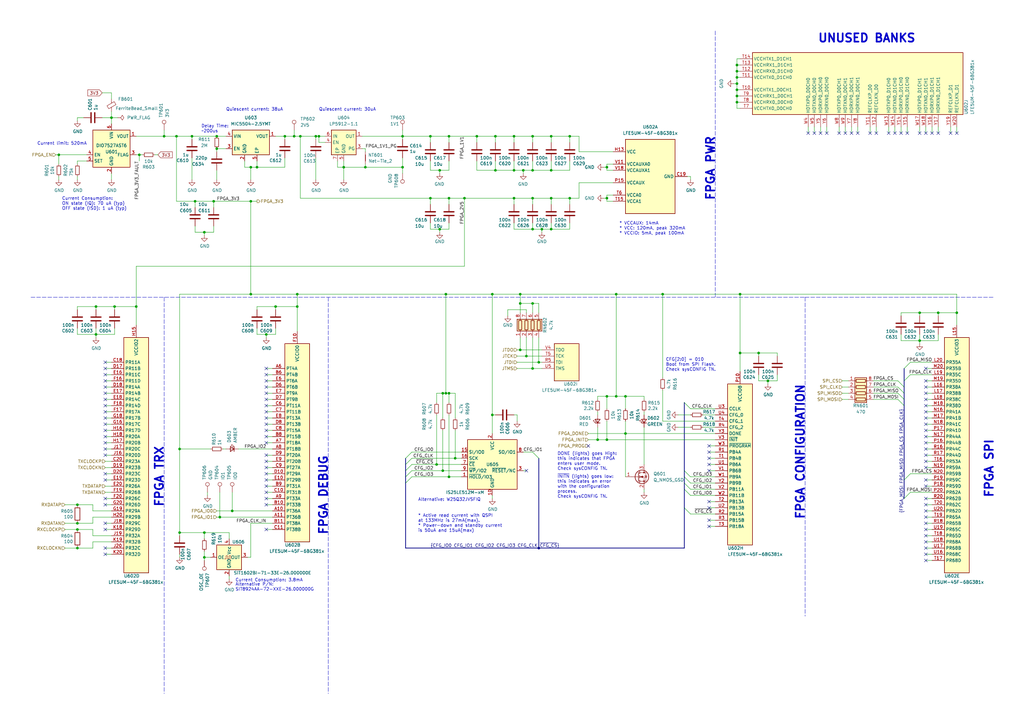
<source format=kicad_sch>
(kicad_sch (version 20211123) (generator eeschema)

  (uuid e6861313-0042-44a8-a0bd-deae1d0fda2f)

  (paper "A3")

  

  (junction (at 302.26 29.21) (diameter 0) (color 0 0 0 0)
    (uuid 015d8a49-10ae-4e19-9e70-b72c1af03708)
  )
  (junction (at 377.19 139.7) (diameter 0) (color 0 0 0 0)
    (uuid 035ad69b-101d-4a07-9109-768fd21ef62f)
  )
  (junction (at 73.66 184.15) (diameter 0) (color 0 0 0 0)
    (uuid 0586f657-4055-4eb1-a529-2c4ab9039d8f)
  )
  (junction (at 210.82 81.28) (diameter 0) (color 0 0 0 0)
    (uuid 082728c1-1596-4b3b-921d-365462ccd9eb)
  )
  (junction (at 39.37 137.16) (diameter 0) (color 0 0 0 0)
    (uuid 09ff8530-714c-45c9-8c7a-26c93d48c5d9)
  )
  (junction (at 181.61 193.04) (diameter 0) (color 0 0 0 0)
    (uuid 0a97c494-9fa6-4758-b55d-ab0c1c9ae24c)
  )
  (junction (at 121.92 125.73) (diameter 0) (color 0 0 0 0)
    (uuid 0b0331f0-ad6e-45d6-b767-0f62f575797e)
  )
  (junction (at 226.06 81.28) (diameter 0) (color 0 0 0 0)
    (uuid 0d2491a5-6181-48a7-add2-ce28cae84fdd)
  )
  (junction (at 80.01 82.55) (diameter 0) (color 0 0 0 0)
    (uuid 0d3955d2-ec45-42f2-ad29-f7661bc81e71)
  )
  (junction (at 31.75 207.01) (diameter 0) (color 0 0 0 0)
    (uuid 0d486e1b-ec2a-4c13-b68c-5a8bc7fbed29)
  )
  (junction (at 248.92 68.58) (diameter 0) (color 0 0 0 0)
    (uuid 0fb1f718-13ff-4f2b-a411-e6e1551bb245)
  )
  (junction (at 195.58 55.88) (diameter 0) (color 0 0 0 0)
    (uuid 16d6c404-82f2-4808-841a-452320964eab)
  )
  (junction (at 248.92 162.56) (diameter 0) (color 0 0 0 0)
    (uuid 175a04b6-29eb-4bba-9e0a-ea2dc8a0d5c6)
  )
  (junction (at 73.66 218.44) (diameter 0) (color 0 0 0 0)
    (uuid 1d43f9c0-164a-4178-ae8a-5a62af377c4d)
  )
  (junction (at 130.81 55.88) (diameter 0) (color 0 0 0 0)
    (uuid 23ec8f2d-7860-42de-a0a2-c0a0c96c3dee)
  )
  (junction (at 252.73 162.56) (diameter 0) (color 0 0 0 0)
    (uuid 241141d8-eefb-4ed3-afda-7ac5b7738674)
  )
  (junction (at 184.15 81.28) (diameter 0) (color 0 0 0 0)
    (uuid 263d1178-f828-4149-9c45-f71b03b12e85)
  )
  (junction (at 31.75 217.17) (diameter 0) (color 0 0 0 0)
    (uuid 29c84d61-59a9-4bce-97ae-96a4ad953873)
  )
  (junction (at 176.53 55.88) (diameter 0) (color 0 0 0 0)
    (uuid 2b9c2ab6-f8b7-4ffb-8d71-50b870056aca)
  )
  (junction (at 226.06 93.98) (diameter 0) (color 0 0 0 0)
    (uuid 2f43ebac-3493-4a24-99fd-1f738ecd834b)
  )
  (junction (at 302.26 41.91) (diameter 0) (color 0 0 0 0)
    (uuid 309af090-80d0-471a-a9f8-2699c79d3160)
  )
  (junction (at 201.93 170.18) (diameter 0) (color 0 0 0 0)
    (uuid 32044e18-85d1-4706-8be5-fb03a25cd02b)
  )
  (junction (at 215.9 146.05) (diameter 0) (color 0 0 0 0)
    (uuid 34eb0e40-eaf8-4d53-ba24-748a373328b7)
  )
  (junction (at 392.43 128.27) (diameter 0) (color 0 0 0 0)
    (uuid 350f2937-97c5-4530-9649-824c0ec67b0c)
  )
  (junction (at 165.1 68.58) (diameter 0) (color 0 0 0 0)
    (uuid 3772de85-8e0f-45b1-81ea-2104ddf4cec9)
  )
  (junction (at 83.82 218.44) (diameter 0) (color 0 0 0 0)
    (uuid 392d2075-8af3-405f-aa66-719b5a8b3345)
  )
  (junction (at 180.34 93.98) (diameter 0) (color 0 0 0 0)
    (uuid 3fd801ff-d97c-430b-9065-5c17c20e5123)
  )
  (junction (at 213.36 143.51) (diameter 0) (color 0 0 0 0)
    (uuid 4551baa1-1166-478a-8841-9715eaafe504)
  )
  (junction (at 176.53 81.28) (diameter 0) (color 0 0 0 0)
    (uuid 474d91f8-4912-4d08-a30b-bdf6e5840aef)
  )
  (junction (at 220.98 224.79) (diameter 0) (color 0 0 0 0)
    (uuid 4881581d-dd9d-4882-93df-984b5b3f8000)
  )
  (junction (at 218.44 93.98) (diameter 0) (color 0 0 0 0)
    (uuid 48f8fb2b-5c2d-41cb-91e3-34126275c64f)
  )
  (junction (at 88.9 55.88) (diameter 0) (color 0 0 0 0)
    (uuid 4b8dfce0-7e4d-495c-ab07-baef377d9e18)
  )
  (junction (at 83.82 228.6) (diameter 0) (color 0 0 0 0)
    (uuid 4d819a31-f9aa-4662-a958-7d3cc3434aa9)
  )
  (junction (at 57.15 63.5) (diameter 0) (color 0 0 0 0)
    (uuid 4e58b0b2-2fa8-4706-a4dc-33665ff5d822)
  )
  (junction (at 303.53 120.65) (diameter 0) (color 0 0 0 0)
    (uuid 5186aa9c-3f8e-4f4b-95f5-c7da1855902e)
  )
  (junction (at 46.99 125.73) (diameter 0) (color 0 0 0 0)
    (uuid 53809074-8db8-4e18-a150-120940309410)
  )
  (junction (at 102.87 82.55) (diameter 0) (color 0 0 0 0)
    (uuid 538903bc-0e34-43ea-ac93-d986d7208b3d)
  )
  (junction (at 377.19 128.27) (diameter 0) (color 0 0 0 0)
    (uuid 543f7343-5964-4d0e-a5b3-eb451edd1b7a)
  )
  (junction (at 218.44 55.88) (diameter 0) (color 0 0 0 0)
    (uuid 57b99b92-9f82-4581-9106-defea394ccc3)
  )
  (junction (at 302.26 36.83) (diameter 0) (color 0 0 0 0)
    (uuid 589b7dd2-0205-4f2e-a79a-3f0cda7ed6f3)
  )
  (junction (at 184.15 55.88) (diameter 0) (color 0 0 0 0)
    (uuid 58a24151-b93e-418c-aec8-57b59c26a930)
  )
  (junction (at 140.97 68.58) (diameter 0) (color 0 0 0 0)
    (uuid 5e8e6715-3faa-41f3-a217-5270d010e5cd)
  )
  (junction (at 72.39 55.88) (diameter 0) (color 0 0 0 0)
    (uuid 63a4ad8d-b947-4fd8-b054-801bf31f2643)
  )
  (junction (at 303.53 144.78) (diameter 0) (color 0 0 0 0)
    (uuid 667c348a-d139-4b04-acb5-5645964ed3b9)
  )
  (junction (at 123.19 55.88) (diameter 0) (color 0 0 0 0)
    (uuid 6b822e02-508e-48fc-ae6a-5b8535c98b54)
  )
  (junction (at 226.06 69.85) (diameter 0) (color 0 0 0 0)
    (uuid 7208c6bc-a988-44d4-9c9a-e3ab5fa80c38)
  )
  (junction (at 78.74 55.88) (diameter 0) (color 0 0 0 0)
    (uuid 77dd8ad7-adcb-4643-b9df-382975cd5213)
  )
  (junction (at 31.75 214.63) (diameter 0) (color 0 0 0 0)
    (uuid 7d551cc8-80c5-40d0-a988-3a7d0922c903)
  )
  (junction (at 233.68 55.88) (diameter 0) (color 0 0 0 0)
    (uuid 7e47ee72-eea1-4946-878a-45c4ab4f3e3c)
  )
  (junction (at 105.41 68.58) (diameter 0) (color 0 0 0 0)
    (uuid 7f219e85-8bbc-4683-9db4-ae3e439b4b5b)
  )
  (junction (at 55.88 125.73) (diameter 0) (color 0 0 0 0)
    (uuid 7f753df1-6b84-4154-a786-49888fedb803)
  )
  (junction (at 248.92 180.34) (diameter 0) (color 0 0 0 0)
    (uuid 811cd69f-4dd8-47a7-a303-0ca36cee248f)
  )
  (junction (at 384.81 128.27) (diameter 0) (color 0 0 0 0)
    (uuid 81eda675-3429-4f2a-91bf-06dac2ffb0f0)
  )
  (junction (at 109.22 137.16) (diameter 0) (color 0 0 0 0)
    (uuid 82494344-2f2c-4de0-a7fd-72a6a0647225)
  )
  (junction (at 102.87 68.58) (diameter 0) (color 0 0 0 0)
    (uuid 82c61167-643f-4fa4-9de3-f6f706bb8ba4)
  )
  (junction (at 213.36 120.65) (diameter 0) (color 0 0 0 0)
    (uuid 8629f088-ad32-41b1-b2c0-e166d87217e4)
  )
  (junction (at 218.44 69.85) (diameter 0) (color 0 0 0 0)
    (uuid 87626367-2304-4ed0-b451-61be4738fb77)
  )
  (junction (at 149.86 68.58) (diameter 0) (color 0 0 0 0)
    (uuid 89216b3d-8741-4e99-8d95-8cd4e06825c1)
  )
  (junction (at 271.78 120.65) (diameter 0) (color 0 0 0 0)
    (uuid 8ab6a98d-3da8-4eae-b246-010cfaacbb09)
  )
  (junction (at 218.44 151.13) (diameter 0) (color 0 0 0 0)
    (uuid 8b1d625a-6335-4175-92b9-ed53b403b6d8)
  )
  (junction (at 314.96 156.21) (diameter 0) (color 0 0 0 0)
    (uuid 8c315a62-8d5b-41dc-9589-396ebc61c194)
  )
  (junction (at 203.2 69.85) (diameter 0) (color 0 0 0 0)
    (uuid 8ef5e007-66b6-4278-ac01-83339d8e5995)
  )
  (junction (at 39.37 125.73) (diameter 0) (color 0 0 0 0)
    (uuid 900f2a37-e72f-479b-816d-6716ba4b9f27)
  )
  (junction (at 203.2 55.88) (diameter 0) (color 0 0 0 0)
    (uuid 9c594d4c-0b81-492b-ad28-bc108def6dfa)
  )
  (junction (at 31.75 224.79) (diameter 0) (color 0 0 0 0)
    (uuid 9d835ca6-eab2-430e-8507-201b163d4a71)
  )
  (junction (at 120.65 55.88) (diameter 0) (color 0 0 0 0)
    (uuid 9d88d158-53ba-46e7-84f9-976c973aa56e)
  )
  (junction (at 311.15 144.78) (diameter 0) (color 0 0 0 0)
    (uuid 9e618698-f1bc-4f78-9b97-92aace28e15f)
  )
  (junction (at 181.61 161.29) (diameter 0) (color 0 0 0 0)
    (uuid a29e6dc1-ebbf-4ba0-bfe5-fd511b5382dd)
  )
  (junction (at 90.17 212.09) (diameter 0) (color 0 0 0 0)
    (uuid a844a060-e560-4c5a-af7b-0b1046e597fb)
  )
  (junction (at 179.07 190.5) (diameter 0) (color 0 0 0 0)
    (uuid a8a40f41-66c9-46f2-8cd4-d1c19a83ed77)
  )
  (junction (at 67.31 55.88) (diameter 0) (color 0 0 0 0)
    (uuid a91fa13e-bea9-4e69-9a5f-f6d4aa719767)
  )
  (junction (at 256.54 177.8) (diameter 0) (color 0 0 0 0)
    (uuid aa77a0ad-aac3-4734-9015-ed94cd1af9fe)
  )
  (junction (at 83.82 95.25) (diameter 0) (color 0 0 0 0)
    (uuid abc16d80-4a9d-483f-bc3e-0b9dca49f826)
  )
  (junction (at 248.92 81.28) (diameter 0) (color 0 0 0 0)
    (uuid ae3fa487-99c2-406a-893b-2345b2079711)
  )
  (junction (at 88.9 60.96) (diameter 0) (color 0 0 0 0)
    (uuid af48b7b7-8348-49da-b631-3353a38c7478)
  )
  (junction (at 184.15 161.29) (diameter 0) (color 0 0 0 0)
    (uuid b170a524-bd9f-45a8-a425-96546dbcb34a)
  )
  (junction (at 184.15 195.58) (diameter 0) (color 0 0 0 0)
    (uuid ba0946b6-4288-4422-b81a-9ca506e3a96e)
  )
  (junction (at 182.88 161.29) (diameter 0) (color 0 0 0 0)
    (uuid bd0e2d50-448a-445a-8b24-a9e7fe81d74e)
  )
  (junction (at 218.44 124.46) (diameter 0) (color 0 0 0 0)
    (uuid be120f8e-c627-43c0-95ac-698b044bf654)
  )
  (junction (at 252.73 120.65) (diameter 0) (color 0 0 0 0)
    (uuid bed2f8e2-b64f-4424-97ef-13e997f59ce2)
  )
  (junction (at 233.68 81.28) (diameter 0) (color 0 0 0 0)
    (uuid c19e6f1b-73ce-443b-81a6-0b8fb8bce685)
  )
  (junction (at 302.26 31.75) (diameter 0) (color 0 0 0 0)
    (uuid c2f168e7-1d61-4706-946e-287606204505)
  )
  (junction (at 186.69 187.96) (diameter 0) (color 0 0 0 0)
    (uuid c3e0acc9-548b-46f7-aa45-012024456523)
  )
  (junction (at 210.82 55.88) (diameter 0) (color 0 0 0 0)
    (uuid c4a5d0cb-a843-4b71-a857-3ce5db99dcc7)
  )
  (junction (at 222.25 93.98) (diameter 0) (color 0 0 0 0)
    (uuid c9f6c641-2ff3-4d75-a806-2f5278082e8f)
  )
  (junction (at 256.54 162.56) (diameter 0) (color 0 0 0 0)
    (uuid caf935bd-1e71-41ca-84e2-5c51f56be8a2)
  )
  (junction (at 45.72 48.26) (diameter 0) (color 0 0 0 0)
    (uuid cb365aa4-48fc-4ba2-bfcf-9c6f87c95039)
  )
  (junction (at 165.1 55.88) (diameter 0) (color 0 0 0 0)
    (uuid cc0d15d6-5505-4639-8721-76167e8ddc8d)
  )
  (junction (at 245.11 180.34) (diameter 0) (color 0 0 0 0)
    (uuid cd7a2132-bd59-4811-9e89-d10c1bfed2df)
  )
  (junction (at 116.84 55.88) (diameter 0) (color 0 0 0 0)
    (uuid d0134b57-dfae-49d9-a32f-12a6e3a6bbba)
  )
  (junction (at 180.34 69.85) (diameter 0) (color 0 0 0 0)
    (uuid d085d73e-e22b-424b-930b-d712f9d45991)
  )
  (junction (at 87.63 82.55) (diameter 0) (color 0 0 0 0)
    (uuid d122dbff-d219-4548-af83-e3842a6745fa)
  )
  (junction (at 182.88 120.65) (diameter 0) (color 0 0 0 0)
    (uuid d493caec-b057-4cb1-8918-737ea5e1b51e)
  )
  (junction (at 210.82 69.85) (diameter 0) (color 0 0 0 0)
    (uuid d545967e-8eb9-42d3-8c93-4f8e99d2b86c)
  )
  (junction (at 129.54 55.88) (diameter 0) (color 0 0 0 0)
    (uuid d8289ceb-0cbc-4407-b6da-63c6ce14a596)
  )
  (junction (at 226.06 55.88) (diameter 0) (color 0 0 0 0)
    (uuid e143187b-4489-4598-8974-9bf7c3b9056f)
  )
  (junction (at 24.13 63.5) (diameter 0) (color 0 0 0 0)
    (uuid ec45c837-529c-45d3-94cb-18f8f6c213b7)
  )
  (junction (at 213.36 124.46) (diameter 0) (color 0 0 0 0)
    (uuid ee207984-aadd-4421-90ce-61c0016efa78)
  )
  (junction (at 214.63 69.85) (diameter 0) (color 0 0 0 0)
    (uuid f3f00ca7-0980-4aad-88ea-ad6a37d99bd5)
  )
  (junction (at 95.25 209.55) (diameter 0) (color 0 0 0 0)
    (uuid f5d947e0-1a40-4be1-b537-55484539f42b)
  )
  (junction (at 201.93 120.65) (diameter 0) (color 0 0 0 0)
    (uuid f6140a48-676c-466c-892d-90e0c1252456)
  )
  (junction (at 113.03 125.73) (diameter 0) (color 0 0 0 0)
    (uuid f6e24a42-e21b-4472-a53f-0c68bf5b725c)
  )
  (junction (at 302.26 26.67) (diameter 0) (color 0 0 0 0)
    (uuid f7ca5290-a5d5-484d-9c2f-2d74b074fc9d)
  )
  (junction (at 190.5 81.28) (diameter 0) (color 0 0 0 0)
    (uuid f8e9b383-da90-47b7-8581-25ba2f8cb27e)
  )
  (junction (at 302.26 34.29) (diameter 0) (color 0 0 0 0)
    (uuid f9cebe2c-53f4-44bc-9972-631a005389db)
  )
  (junction (at 102.87 120.65) (diameter 0) (color 0 0 0 0)
    (uuid fb0e24bd-ac78-44cb-8b32-8ae8bfe081cb)
  )
  (junction (at 220.98 148.59) (diameter 0) (color 0 0 0 0)
    (uuid fb6e9559-b228-4825-8017-15ffa01195bc)
  )
  (junction (at 302.26 39.37) (diameter 0) (color 0 0 0 0)
    (uuid fc183d27-6103-4185-b267-2883ea678f58)
  )
  (junction (at 121.92 120.65) (diameter 0) (color 0 0 0 0)
    (uuid fcce69bc-33c3-4996-ba5b-c1eda94e7634)
  )
  (junction (at 218.44 81.28) (diameter 0) (color 0 0 0 0)
    (uuid fdf9f1e0-ce8a-4ecb-9472-5adf8bfe8e67)
  )

  (no_connect (at 43.18 151.13) (uuid 0087fb22-ba0c-4acc-b8bc-9fdd9623d4bf))
  (no_connect (at 43.18 204.47) (uuid 092bc9ec-e3c7-4eae-b7f7-77b94e386478))
  (no_connect (at 356.87 54.61) (uuid 0c98e987-c025-4634-a5df-d3d1ab517326))
  (no_connect (at 43.18 184.15) (uuid 0d616157-6bdf-45aa-bced-1021f97957e2))
  (no_connect (at 43.18 176.53) (uuid 0d616157-6bdf-45aa-bced-1021f97957e3))
  (no_connect (at 43.18 179.07) (uuid 0d616157-6bdf-45aa-bced-1021f97957e4))
  (no_connect (at 43.18 181.61) (uuid 0d616157-6bdf-45aa-bced-1021f97957e5))
  (no_connect (at 215.9 193.04) (uuid 0d97e9cd-c31a-4ad5-a968-c012e35fc182))
  (no_connect (at 109.22 156.21) (uuid 12bb232f-8d44-416d-9f9a-c3817e1f9a82))
  (no_connect (at 339.09 54.61) (uuid 16858b84-962e-4c0c-9029-c64eef86a02c))
  (no_connect (at 109.22 207.01) (uuid 17062b70-c549-4bcd-b5f3-6b5f30bea7aa))
  (no_connect (at 109.22 166.37) (uuid 1856bedc-4340-4752-b096-e6d8f5bcf31b))
  (no_connect (at 109.22 153.67) (uuid 1b346ad8-49c1-4d9a-9e92-c03d189ee1dd))
  (no_connect (at 43.18 214.63) (uuid 20d1812c-cd35-4c64-908b-bbd37c456360))
  (no_connect (at 109.22 161.29) (uuid 20d359e1-1836-4cbc-af2f-3630566df0d0))
  (no_connect (at 372.11 54.61) (uuid 25814e56-9bc7-4124-9394-9ee29271646d))
  (no_connect (at 43.18 217.17) (uuid 27d1c3c8-1813-43b9-877b-d67d9b61a694))
  (no_connect (at 359.41 54.61) (uuid 28f20c3f-016b-4f4b-88bc-c446babd0389))
  (no_connect (at 349.25 54.61) (uuid 2e5814b0-7418-4d8b-9225-5761e57effce))
  (no_connect (at 109.22 179.07) (uuid 2f4cdc79-030c-4165-a024-a7947d41e2fa))
  (no_connect (at 109.22 186.69) (uuid 39110e7c-525d-47be-9ab5-6a9c05261880))
  (no_connect (at 43.18 224.79) (uuid 39507dbc-d91c-4e92-a89e-2259b7223eca))
  (no_connect (at 379.73 151.13) (uuid 3d444eaa-2910-41fd-82a5-3c7378a235eb))
  (no_connect (at 43.18 158.75) (uuid 3edb3167-e45b-49a4-a46e-0c3b66c8794c))
  (no_connect (at 290.83 208.28) (uuid 44d1208f-3dab-4b1f-a881-04d6516bd03a))
  (no_connect (at 109.22 204.47) (uuid 455a9825-82bc-46b0-baf3-83bd68bc3f1a))
  (no_connect (at 43.18 168.91) (uuid 469a0a3e-9e33-4569-a802-6a64c4500215))
  (no_connect (at 379.73 196.85) (uuid 46a55358-869e-448a-9422-f86b68b54aab))
  (no_connect (at 379.73 212.09) (uuid 4a62429e-02c3-4ecf-bc90-f1d28c069c07))
  (no_connect (at 379.73 229.87) (uuid 4f494835-fc7e-4e89-a5b4-d48a8e11a5fd))
  (no_connect (at 109.22 191.77) (uuid 532043c0-7b92-4671-9c04-5a267bef43fd))
  (no_connect (at 379.73 54.61) (uuid 56fc22f7-a334-4b7b-b893-802d803a388f))
  (no_connect (at 379.73 176.53) (uuid 5b2c0840-bba1-4448-9d77-41960066645a))
  (no_connect (at 346.71 54.61) (uuid 5bd02ad9-616e-438d-8947-657b03c8fdf8))
  (no_connect (at 241.3 182.88) (uuid 5cef7952-c5d9-4b64-8654-67db4abb18c3))
  (no_connect (at 109.22 199.39) (uuid 5d18cfa1-cd09-446a-be68-ac5734008cfe))
  (no_connect (at 290.83 185.42) (uuid 5f980097-c3af-4712-b759-d76150575b23))
  (no_connect (at 109.22 189.23) (uuid 61a081bd-8501-47d3-bd39-7d1a0c21cff0))
  (no_connect (at 379.73 171.45) (uuid 65074c18-deab-4aca-88a4-72ce1634165f))
  (no_connect (at 364.49 54.61) (uuid 650df6eb-3cb5-452a-8dff-7e9860a6c5b1))
  (no_connect (at 43.18 156.21) (uuid 65ec770c-f207-4c98-84df-4fface0e5735))
  (no_connect (at 334.01 54.61) (uuid 660f8cb0-4756-4d03-a17a-91deb7529503))
  (no_connect (at 379.73 217.17) (uuid 663bbef1-fd08-4c8a-a945-7054cdc2f2c9))
  (no_connect (at 379.73 184.15) (uuid 66ede1ef-7c1c-4ff2-82ca-7cf73655f228))
  (no_connect (at 379.73 158.75) (uuid 74a55201-e234-43d3-8a5a-339255480e2f))
  (no_connect (at 290.83 182.88) (uuid 74de4f60-8e78-40c1-a3fb-3b6879fff038))
  (no_connect (at 43.18 227.33) (uuid 7a9ccfdf-f203-42e3-a246-c7952ed42301))
  (no_connect (at 109.22 194.31) (uuid 7c2c06b3-79e4-4293-931d-2fa96c3a5eb8))
  (no_connect (at 392.43 54.61) (uuid 7e4f8b88-6c4b-4ba5-bc05-ae0251584d83))
  (no_connect (at 379.73 168.91) (uuid 8094617f-b5b0-409e-aa0c-941eeca59e40))
  (no_connect (at 43.18 163.83) (uuid 8511434d-1111-416b-b59e-7f7fab3537d6))
  (no_connect (at 43.18 161.29) (uuid 878ae374-4f73-4474-bde8-ea148af29188))
  (no_connect (at 384.81 54.61) (uuid 879cafa2-6b51-4ef1-aceb-a656f504a7db))
  (no_connect (at 379.73 186.69) (uuid 8a7d86a7-dba0-4a8f-96f6-d016c3c4232e))
  (no_connect (at 290.83 205.74) (uuid 8fd6b421-fd42-4b9c-9ec5-7fe6ad287c38))
  (no_connect (at 382.27 54.61) (uuid 935be522-7bfc-4865-ac3c-5ec78d38615f))
  (no_connect (at 43.18 171.45) (uuid 952ad99e-d3ed-4ada-99ce-e2c704402aab))
  (no_connect (at 367.03 54.61) (uuid 9675bcba-4001-4c4f-af07-32a85229f5c2))
  (no_connect (at 379.73 214.63) (uuid 98cf457e-3f0c-4c64-8586-1a923812d044))
  (no_connect (at 379.73 207.01) (uuid 9ad7ef5f-b3cc-4cac-a233-227d5724471d))
  (no_connect (at 109.22 173.99) (uuid 9eb7170b-3da1-457a-910a-997869bded1a))
  (no_connect (at 43.18 148.59) (uuid 9ec70d98-75ce-4ab7-9e1f-60ef736cb193))
  (no_connect (at 379.73 156.21) (uuid 9fcde7a3-81fe-42a1-8d2d-31bba7370bf3))
  (no_connect (at 109.22 171.45) (uuid a00238f5-72d6-40e7-b73e-3ffd08ceee7e))
  (no_connect (at 109.22 196.85) (uuid a0a81c39-62ab-483b-92e8-438842cf19fc))
  (no_connect (at 336.55 54.61) (uuid a1ea9e06-ed8a-4942-82a7-221567c6c412))
  (no_connect (at 377.19 54.61) (uuid a4413f7c-ef15-4c3e-8922-4bd0bfe13b42))
  (no_connect (at 109.22 181.61) (uuid a4c425eb-bed1-45ee-b82e-843c4bdddef4))
  (no_connect (at 109.22 151.13) (uuid a4c425eb-bed1-45ee-b82e-843c4bdddef5))
  (no_connect (at 379.73 163.83) (uuid a59a5b67-5d6d-445f-b030-665df087f717))
  (no_connect (at 43.18 166.37) (uuid a5f92b36-b8f4-4a10-90da-5695567ef3ec))
  (no_connect (at 379.73 219.71) (uuid a8d64fcc-84cb-4645-a06d-f5d6c0614188))
  (no_connect (at 379.73 224.79) (uuid ac2f3eb5-9193-4a6c-bab6-d1de91fe5122))
  (no_connect (at 109.22 158.75) (uuid b1011abf-258e-4cab-a44d-332b4651c3f5))
  (no_connect (at 379.73 191.77) (uuid b386f7b1-7713-411b-947f-189405a3093e))
  (no_connect (at 389.89 54.61) (uuid bd77d4da-2421-46eb-9c83-3023827bf9fd))
  (no_connect (at 290.83 190.5) (uuid be7de968-33ef-4f91-8b12-f0d3a2050b4c))
  (no_connect (at 379.73 166.37) (uuid c09de27f-2e2f-46f1-8191-7276776e19c7))
  (no_connect (at 379.73 199.39) (uuid c15b4b76-532a-4591-a2d0-e41ee73af402))
  (no_connect (at 379.73 161.29) (uuid c2995412-0125-46b5-84e5-f87417db8fb5))
  (no_connect (at 109.22 168.91) (uuid c5674969-13d8-40d2-99ca-df9adcd5445d))
  (no_connect (at 109.22 201.93) (uuid c6c4013d-3700-4ed7-9261-acfb9c8eeaa7))
  (no_connect (at 379.73 204.47) (uuid ca537b4c-1b97-49ee-ac71-ec3ea5a88d0c))
  (no_connect (at 351.79 54.61) (uuid cc3d9289-a007-4614-9162-46212988df32))
  (no_connect (at 109.22 163.83) (uuid cdd6a1ea-c980-432f-ae87-d2e371cec527))
  (no_connect (at 344.17 54.61) (uuid cf536c01-1fe3-48e2-9066-91e69081eba0))
  (no_connect (at 43.18 196.85) (uuid d2a1dfde-6514-44a0-868d-aeae5393d2b9))
  (no_connect (at 290.83 213.36) (uuid d5984c9f-d7d6-4880-9ccf-8cd0f0739db2))
  (no_connect (at 43.18 173.99) (uuid d6e25b57-4f73-4a9e-96e1-2afe3109a444))
  (no_connect (at 379.73 173.99) (uuid db7f66fa-4eeb-4477-9368-10ee1e745e49))
  (no_connect (at 290.83 187.96) (uuid dc7a756e-09f4-4e54-84a6-91b102dbd2de))
  (no_connect (at 290.83 193.04) (uuid e08881a7-ea9c-46a7-bd76-7c0809750c00))
  (no_connect (at 369.57 54.61) (uuid e10e3766-2759-42b0-b3de-138cc1d6adc1))
  (no_connect (at 43.18 153.67) (uuid e3394ed9-1c21-4e5c-bcea-5e971d8a7cf7))
  (no_connect (at 331.47 54.61) (uuid e450052a-bfe2-4805-9f49-d5cbba0a81b5))
  (no_connect (at 379.73 179.07) (uuid ebce05d2-d89b-420c-b351-2bdc186b5cc8))
  (no_connect (at 290.83 215.9) (uuid ede8c8b8-df9b-4773-bea5-99eda1e39312))
  (no_connect (at 109.22 217.17) (uuid f3e9a2b1-bb51-4ad1-8079-e7d788831e63))
  (no_connect (at 43.18 194.31) (uuid f5ab30bd-8933-4d63-90be-5a945f7dcc81))
  (no_connect (at 43.18 207.01) (uuid f62364e9-06e8-4878-a9f6-c9fb562d98a1))
  (no_connect (at 379.73 222.25) (uuid f6abe4b5-a725-425c-bde0-f172f1b01087))
  (no_connect (at 43.18 186.69) (uuid f76de2de-56c9-4236-84f0-f5b7fc28e87a))
  (no_connect (at 379.73 189.23) (uuid f7b46ddd-60e6-4ceb-b8cd-b319edc41f8b))
  (no_connect (at 379.73 181.61) (uuid f863b979-0ed1-4bed-b8dc-87f193e58019))
  (no_connect (at 379.73 227.33) (uuid fc6d13b8-4885-45b8-9095-429151115516))
  (no_connect (at 109.22 176.53) (uuid fdcc1581-186c-4c19-b4e5-135f15587d55))
  (no_connect (at 379.73 209.55) (uuid fed14461-b754-4d56-b372-78112a52b7d2))

  (bus_entry (at 280.67 198.12) (size 2.54 2.54)
    (stroke (width 0) (type default) (color 0 0 0 0))
    (uuid 1298f126-2352-48f2-825f-de17742fc4db)
  )
  (bus_entry (at 166.37 198.12) (size 2.54 -2.54)
    (stroke (width 0) (type default) (color 0 0 0 0))
    (uuid 23b51995-fe23-4d97-a066-5f4147818f87)
  )
  (bus_entry (at 368.3 161.29) (size 2.54 2.54)
    (stroke (width 0) (type default) (color 0 0 0 0))
    (uuid 23d29486-fd80-4571-af10-ad6f9266d827)
  )
  (bus_entry (at 373.38 201.93) (size -2.54 2.54)
    (stroke (width 0) (type default) (color 0 0 0 0))
    (uuid 2f931a28-e0b2-4a89-85b0-3d360525bf32)
  )
  (bus_entry (at 218.44 185.42) (size 2.54 2.54)
    (stroke (width 0) (type default) (color 0 0 0 0))
    (uuid 665861bb-3c85-43bc-9dc7-9c72219f317e)
  )
  (bus_entry (at 280.67 200.66) (size 2.54 2.54)
    (stroke (width 0) (type default) (color 0 0 0 0))
    (uuid 75a9480d-8ac3-41df-9f4f-5d9ed7a1782e)
  )
  (bus_entry (at 166.37 195.58) (size 2.54 -2.54)
    (stroke (width 0) (type default) (color 0 0 0 0))
    (uuid 785dddf9-3cf0-4e85-8632-1a314bbc34b2)
  )
  (bus_entry (at 373.38 194.31) (size -2.54 2.54)
    (stroke (width 0) (type default) (color 0 0 0 0))
    (uuid 7bcf5f23-8816-4e86-a543-bdcbf1309591)
  )
  (bus_entry (at 368.3 156.21) (size 2.54 2.54)
    (stroke (width 0) (type default) (color 0 0 0 0))
    (uuid 84614438-927c-41d5-954b-3899dc3d12a3)
  )
  (bus_entry (at 280.67 193.04) (size 2.54 2.54)
    (stroke (width 0) (type default) (color 0 0 0 0))
    (uuid 8ce16e23-12f4-46be-951f-c046f1bd3479)
  )
  (bus_entry (at 373.38 153.67) (size -2.54 2.54)
    (stroke (width 0) (type default) (color 0 0 0 0))
    (uuid a6a4ab88-9453-4ebb-8420-d9e16061878f)
  )
  (bus_entry (at 280.67 195.58) (size 2.54 2.54)
    (stroke (width 0) (type default) (color 0 0 0 0))
    (uuid ae509cef-b2d4-4701-bd39-f4d022ead86d)
  )
  (bus_entry (at 368.3 158.75) (size 2.54 2.54)
    (stroke (width 0) (type default) (color 0 0 0 0))
    (uuid c89e46f3-05f3-468c-ae89-cb705f2b3d05)
  )
  (bus_entry (at 166.37 190.5) (size 2.54 -2.54)
    (stroke (width 0) (type default) (color 0 0 0 0))
    (uuid cc888799-c0b4-4c79-87f8-a4a62f5d81d0)
  )
  (bus_entry (at 166.37 193.04) (size 2.54 -2.54)
    (stroke (width 0) (type default) (color 0 0 0 0))
    (uuid cc888799-c0b4-4c79-87f8-a4a62f5d81d1)
  )
  (bus_entry (at 168.91 185.42) (size -2.54 2.54)
    (stroke (width 0) (type default) (color 0 0 0 0))
    (uuid cc888799-c0b4-4c79-87f8-a4a62f5d81d2)
  )
  (bus_entry (at 280.67 208.28) (size 2.54 2.54)
    (stroke (width 0) (type default) (color 0 0 0 0))
    (uuid dbd2f208-6165-4a10-afab-a9eb941486a4)
  )
  (bus_entry (at 373.38 148.59) (size -2.54 2.54)
    (stroke (width 0) (type default) (color 0 0 0 0))
    (uuid e1533dd6-e3a9-4ad6-81a1-514609157553)
  )
  (bus_entry (at 368.3 163.83) (size 2.54 2.54)
    (stroke (width 0) (type default) (color 0 0 0 0))
    (uuid f49ea77d-fd20-4b50-b316-135c41acdc2d)
  )
  (bus_entry (at 280.67 165.1) (size 2.54 2.54)
    (stroke (width 0) (type default) (color 0 0 0 0))
    (uuid fe7571cb-0e18-4010-9006-7209546aee72)
  )

  (wire (pts (xy 100.33 68.58) (xy 102.87 68.58))
    (stroke (width 0) (type default) (color 0 0 0 0))
    (uuid 000a7a28-d287-471c-aa9b-2f3ff3fe4f62)
  )
  (wire (pts (xy 201.93 170.18) (xy 203.2 170.18))
    (stroke (width 0) (type default) (color 0 0 0 0))
    (uuid 007a2dd6-2206-470e-8f15-efafeccccf3a)
  )
  (wire (pts (xy 303.53 44.45) (xy 302.26 44.45))
    (stroke (width 0) (type default) (color 0 0 0 0))
    (uuid 011126bb-ae88-4d25-a1da-ede22aa5529c)
  )
  (wire (pts (xy 91.44 184.15) (xy 92.71 184.15))
    (stroke (width 0) (type default) (color 0 0 0 0))
    (uuid 011e887c-a2ab-4719-8a24-67515a6f5db9)
  )
  (wire (pts (xy 203.2 69.85) (xy 210.82 69.85))
    (stroke (width 0) (type default) (color 0 0 0 0))
    (uuid 027be7fd-b456-4bdc-8405-7bd7824b9d3c)
  )
  (wire (pts (xy 26.67 217.17) (xy 31.75 217.17))
    (stroke (width 0) (type default) (color 0 0 0 0))
    (uuid 03637e18-e11c-4b9f-90f4-25e02d3e8f6b)
  )
  (wire (pts (xy 271.78 120.65) (xy 303.53 120.65))
    (stroke (width 0) (type default) (color 0 0 0 0))
    (uuid 04033699-6db0-441b-8bf7-eec0c4b3b674)
  )
  (wire (pts (xy 233.68 93.98) (xy 233.68 91.44))
    (stroke (width 0) (type default) (color 0 0 0 0))
    (uuid 0408e91b-4ff1-40da-a555-48aeb55678a3)
  )
  (wire (pts (xy 379.73 214.63) (xy 382.27 214.63))
    (stroke (width 0) (type default) (color 0 0 0 0))
    (uuid 0422b8be-b7e9-4092-bbe7-f2c8abaef015)
  )
  (wire (pts (xy 247.65 81.28) (xy 248.92 81.28))
    (stroke (width 0) (type default) (color 0 0 0 0))
    (uuid 04819c47-78fd-4566-9d0c-a7917acb0fc6)
  )
  (wire (pts (xy 88.9 73.66) (xy 88.9 69.85))
    (stroke (width 0) (type default) (color 0 0 0 0))
    (uuid 04b331e5-d37d-416b-87e9-9832e62ba70f)
  )
  (wire (pts (xy 379.73 199.39) (xy 382.27 199.39))
    (stroke (width 0) (type default) (color 0 0 0 0))
    (uuid 04b9a540-7d4d-4ad2-863b-3a5d6df98179)
  )
  (wire (pts (xy 67.31 55.88) (xy 72.39 55.88))
    (stroke (width 0) (type default) (color 0 0 0 0))
    (uuid 04c4fb41-70df-48bb-b70e-ec602eaa908c)
  )
  (wire (pts (xy 283.21 195.58) (xy 293.37 195.58))
    (stroke (width 0) (type default) (color 0 0 0 0))
    (uuid 04e1fb0d-fb90-4b59-8c10-a2e6b65a5e0f)
  )
  (wire (pts (xy 88.9 60.96) (xy 92.71 60.96))
    (stroke (width 0) (type default) (color 0 0 0 0))
    (uuid 0527e7fb-d830-428e-8edd-12be002c6816)
  )
  (wire (pts (xy 379.73 151.13) (xy 382.27 151.13))
    (stroke (width 0) (type default) (color 0 0 0 0))
    (uuid 05776c4a-5b31-4c40-afad-88d6cb5cde6d)
  )
  (wire (pts (xy 302.26 39.37) (xy 303.53 39.37))
    (stroke (width 0) (type default) (color 0 0 0 0))
    (uuid 067735cf-7010-4a70-b732-351b164a2169)
  )
  (wire (pts (xy 195.58 55.88) (xy 203.2 55.88))
    (stroke (width 0) (type default) (color 0 0 0 0))
    (uuid 070218f1-c0b9-47d3-8494-9f5ba601f8f1)
  )
  (wire (pts (xy 248.92 80.01) (xy 251.46 80.01))
    (stroke (width 0) (type default) (color 0 0 0 0))
    (uuid 076e2297-1cf9-4d98-99e1-3678c817b474)
  )
  (wire (pts (xy 102.87 214.63) (xy 102.87 228.6))
    (stroke (width 0) (type default) (color 0 0 0 0))
    (uuid 076e4957-2495-4b08-898d-97eae3bf3822)
  )
  (wire (pts (xy 73.66 120.65) (xy 73.66 184.15))
    (stroke (width 0) (type default) (color 0 0 0 0))
    (uuid 08a4df9e-21eb-4281-8712-e128e191f2dc)
  )
  (wire (pts (xy 210.82 91.44) (xy 210.82 93.98))
    (stroke (width 0) (type default) (color 0 0 0 0))
    (uuid 08e3b1d0-8d2b-47e7-8df6-32d62de82992)
  )
  (wire (pts (xy 109.22 181.61) (xy 111.76 181.61))
    (stroke (width 0) (type default) (color 0 0 0 0))
    (uuid 09033c23-8490-4e5c-b958-1ecb82045303)
  )
  (wire (pts (xy 303.53 120.65) (xy 392.43 120.65))
    (stroke (width 0) (type default) (color 0 0 0 0))
    (uuid 0914d190-1573-471d-ab25-0ea5e2a38869)
  )
  (wire (pts (xy 26.67 207.01) (xy 31.75 207.01))
    (stroke (width 0) (type default) (color 0 0 0 0))
    (uuid 0923fc8c-f40c-4491-87fe-a32c6de91bcd)
  )
  (wire (pts (xy 102.87 68.58) (xy 102.87 73.66))
    (stroke (width 0) (type default) (color 0 0 0 0))
    (uuid 0964d174-52d1-4fe3-a375-df81f4eecf32)
  )
  (wire (pts (xy 264.16 162.56) (xy 256.54 162.56))
    (stroke (width 0) (type default) (color 0 0 0 0))
    (uuid 098da118-9076-4855-b433-1fb81c3b9831)
  )
  (wire (pts (xy 237.49 74.93) (xy 237.49 81.28))
    (stroke (width 0) (type default) (color 0 0 0 0))
    (uuid 0a090dea-d9bb-4ecb-8369-5450bdeedb0a)
  )
  (wire (pts (xy 288.29 170.18) (xy 293.37 170.18))
    (stroke (width 0) (type default) (color 0 0 0 0))
    (uuid 0a0efa78-3dbd-44e2-9cac-bbbc1514cb4a)
  )
  (wire (pts (xy 212.09 170.18) (xy 212.09 172.72))
    (stroke (width 0) (type default) (color 0 0 0 0))
    (uuid 0a428af4-d960-4f7c-a083-504057c1e819)
  )
  (wire (pts (xy 140.97 68.58) (xy 140.97 73.66))
    (stroke (width 0) (type default) (color 0 0 0 0))
    (uuid 0ab7c964-aa65-4f98-99d4-7065a22564c5)
  )
  (wire (pts (xy 237.49 74.93) (xy 251.46 74.93))
    (stroke (width 0) (type default) (color 0 0 0 0))
    (uuid 0ae36132-572d-4eee-b277-0e8a48bcf201)
  )
  (wire (pts (xy 93.98 236.22) (xy 93.98 237.49))
    (stroke (width 0) (type default) (color 0 0 0 0))
    (uuid 0dfd3030-be04-4d31-ab7a-5e9d80308efc)
  )
  (wire (pts (xy 203.2 69.85) (xy 203.2 66.04))
    (stroke (width 0) (type default) (color 0 0 0 0))
    (uuid 0f7f6628-a60e-41ca-974f-c8f19e1f7cee)
  )
  (wire (pts (xy 290.83 213.36) (xy 293.37 213.36))
    (stroke (width 0) (type default) (color 0 0 0 0))
    (uuid 10b73343-3a3a-4377-b401-04c4334fea4e)
  )
  (wire (pts (xy 105.41 66.04) (xy 105.41 68.58))
    (stroke (width 0) (type default) (color 0 0 0 0))
    (uuid 113bb107-b581-4359-b68c-6e9f399b0c9c)
  )
  (wire (pts (xy 83.82 218.44) (xy 83.82 220.98))
    (stroke (width 0) (type default) (color 0 0 0 0))
    (uuid 116f0b71-d5d7-4690-a677-68fa8ebbc7ce)
  )
  (wire (pts (xy 43.18 224.79) (xy 45.72 224.79))
    (stroke (width 0) (type default) (color 0 0 0 0))
    (uuid 12236ce1-b1d9-4ab2-93b0-cfa25b714ba6)
  )
  (wire (pts (xy 148.59 55.88) (xy 165.1 55.88))
    (stroke (width 0) (type default) (color 0 0 0 0))
    (uuid 12631fd5-c468-49ea-999c-20bf1673d5f7)
  )
  (wire (pts (xy 72.39 82.55) (xy 80.01 82.55))
    (stroke (width 0) (type default) (color 0 0 0 0))
    (uuid 12a426c4-29f9-4d93-a66b-7a1cf9efc148)
  )
  (wire (pts (xy 210.82 58.42) (xy 210.82 55.88))
    (stroke (width 0) (type default) (color 0 0 0 0))
    (uuid 1372a694-f677-44fe-b4dd-0a71f342334f)
  )
  (wire (pts (xy 218.44 58.42) (xy 218.44 55.88))
    (stroke (width 0) (type default) (color 0 0 0 0))
    (uuid 143caf48-02aa-40bb-904f-1fdda2322c30)
  )
  (wire (pts (xy 379.73 156.21) (xy 382.27 156.21))
    (stroke (width 0) (type default) (color 0 0 0 0))
    (uuid 1469b781-0171-4e77-8e40-950a380a0db2)
  )
  (wire (pts (xy 116.84 57.15) (xy 116.84 55.88))
    (stroke (width 0) (type default) (color 0 0 0 0))
    (uuid 147e57f3-09c1-4883-bb5d-2e2d921a0789)
  )
  (wire (pts (xy 245.11 180.34) (xy 248.92 180.34))
    (stroke (width 0) (type default) (color 0 0 0 0))
    (uuid 148914fb-24cd-4620-8dcf-48009551ad5c)
  )
  (wire (pts (xy 264.16 175.26) (xy 264.16 190.5))
    (stroke (width 0) (type default) (color 0 0 0 0))
    (uuid 14e5c329-6fc9-49e6-8c2c-39adc3fa7bae)
  )
  (wire (pts (xy 186.69 187.96) (xy 189.23 187.96))
    (stroke (width 0) (type default) (color 0 0 0 0))
    (uuid 1511e26f-5b40-4858-b87d-9fa6963bb64a)
  )
  (wire (pts (xy 248.92 172.72) (xy 248.92 180.34))
    (stroke (width 0) (type default) (color 0 0 0 0))
    (uuid 1512b437-e608-480d-9216-180d37bc381d)
  )
  (wire (pts (xy 80.01 92.71) (xy 80.01 95.25))
    (stroke (width 0) (type default) (color 0 0 0 0))
    (uuid 153330dc-17c7-489f-8801-3c161687c1de)
  )
  (wire (pts (xy 212.09 146.05) (xy 215.9 146.05))
    (stroke (width 0) (type default) (color 0 0 0 0))
    (uuid 15829e3c-63b9-4093-ae7d-5f8ad9fc183b)
  )
  (wire (pts (xy 43.18 227.33) (xy 45.72 227.33))
    (stroke (width 0) (type default) (color 0 0 0 0))
    (uuid 159cc0ef-92d5-45e7-a973-60f5f57578cc)
  )
  (wire (pts (xy 116.84 55.88) (xy 120.65 55.88))
    (stroke (width 0) (type default) (color 0 0 0 0))
    (uuid 15ad6238-de28-497c-bc2f-9e8d19b1019b)
  )
  (wire (pts (xy 109.22 158.75) (xy 111.76 158.75))
    (stroke (width 0) (type default) (color 0 0 0 0))
    (uuid 15e11933-fc6e-47fb-9c0b-3a3f0e3fabd8)
  )
  (wire (pts (xy 87.63 82.55) (xy 102.87 82.55))
    (stroke (width 0) (type default) (color 0 0 0 0))
    (uuid 169f2fce-06b2-4370-9ee8-71cc966a0ae4)
  )
  (wire (pts (xy 377.19 139.7) (xy 384.81 139.7))
    (stroke (width 0) (type default) (color 0 0 0 0))
    (uuid 16e46076-8f9d-4ebd-bf49-0a9dc8d6dd9d)
  )
  (wire (pts (xy 336.55 54.61) (xy 336.55 52.07))
    (stroke (width 0) (type default) (color 0 0 0 0))
    (uuid 18ab848d-f736-41fd-be47-ccaefa70d346)
  )
  (wire (pts (xy 248.92 162.56) (xy 252.73 162.56))
    (stroke (width 0) (type default) (color 0 0 0 0))
    (uuid 190a3cc4-def8-4206-ab90-d00b9e7eaadf)
  )
  (wire (pts (xy 203.2 55.88) (xy 210.82 55.88))
    (stroke (width 0) (type default) (color 0 0 0 0))
    (uuid 1929225b-07a8-48c5-9b7a-bb2a2894ef20)
  )
  (wire (pts (xy 140.97 66.04) (xy 140.97 68.58))
    (stroke (width 0) (type default) (color 0 0 0 0))
    (uuid 192c3ff8-a4db-4f6d-be75-006aa6e179dc)
  )
  (wire (pts (xy 39.37 125.73) (xy 46.99 125.73))
    (stroke (width 0) (type default) (color 0 0 0 0))
    (uuid 1955165a-75cf-47a6-b491-2fe60f45fd8e)
  )
  (wire (pts (xy 233.68 55.88) (xy 237.49 55.88))
    (stroke (width 0) (type default) (color 0 0 0 0))
    (uuid 1a3b9972-77a9-4c1f-88dc-a0fd8b1a5ccf)
  )
  (wire (pts (xy 45.72 222.25) (xy 38.1 222.25))
    (stroke (width 0) (type default) (color 0 0 0 0))
    (uuid 1a58cf29-d961-4692-a0a1-d632ea4c6ab7)
  )
  (wire (pts (xy 165.1 64.77) (xy 165.1 68.58))
    (stroke (width 0) (type default) (color 0 0 0 0))
    (uuid 1aff05db-ff8b-4d22-92c9-b292a2cd0c0a)
  )
  (wire (pts (xy 73.66 218.44) (xy 83.82 218.44))
    (stroke (width 0) (type default) (color 0 0 0 0))
    (uuid 1b08048a-8695-4a55-aeff-ae75b2db373e)
  )
  (wire (pts (xy 45.72 71.12) (xy 45.72 73.66))
    (stroke (width 0) (type default) (color 0 0 0 0))
    (uuid 1c340051-8d5d-4832-bfff-179f25b7fb14)
  )
  (wire (pts (xy 88.9 62.23) (xy 88.9 60.96))
    (stroke (width 0) (type default) (color 0 0 0 0))
    (uuid 1d59a5d6-b0f5-46c9-8613-cbf267d1b221)
  )
  (wire (pts (xy 377.19 137.16) (xy 377.19 139.7))
    (stroke (width 0) (type default) (color 0 0 0 0))
    (uuid 1d86f5af-88dc-408e-80e8-ca48d230d327)
  )
  (wire (pts (xy 43.18 181.61) (xy 45.72 181.61))
    (stroke (width 0) (type default) (color 0 0 0 0))
    (uuid 1e83acf9-f875-442b-9af7-7d56c2f6388b)
  )
  (wire (pts (xy 95.25 209.55) (xy 111.76 209.55))
    (stroke (width 0) (type default) (color 0 0 0 0))
    (uuid 1eff1ed2-3407-4e16-a777-f548c8802211)
  )
  (wire (pts (xy 43.18 184.15) (xy 45.72 184.15))
    (stroke (width 0) (type default) (color 0 0 0 0))
    (uuid 1f5bbee2-ceb8-4588-b96b-14e47354993f)
  )
  (wire (pts (xy 184.15 170.18) (xy 184.15 195.58))
    (stroke (width 0) (type default) (color 0 0 0 0))
    (uuid 1fa15139-55fa-4a4f-88a7-b379acd77ae6)
  )
  (wire (pts (xy 210.82 69.85) (xy 210.82 66.04))
    (stroke (width 0) (type default) (color 0 0 0 0))
    (uuid 1fcb6765-1ea0-43df-98ba-eec560f37e73)
  )
  (wire (pts (xy 113.03 55.88) (xy 116.84 55.88))
    (stroke (width 0) (type default) (color 0 0 0 0))
    (uuid 208d82db-291e-499c-bd66-2810a87fcd0f)
  )
  (wire (pts (xy 201.93 120.65) (xy 213.36 120.65))
    (stroke (width 0) (type default) (color 0 0 0 0))
    (uuid 222c0ba0-0eb0-4273-8439-d44208352ea3)
  )
  (wire (pts (xy 344.17 54.61) (xy 344.17 52.07))
    (stroke (width 0) (type default) (color 0 0 0 0))
    (uuid 227cd1cf-5a3c-405e-bc3c-e7724b5a26b4)
  )
  (wire (pts (xy 97.79 184.15) (xy 111.76 184.15))
    (stroke (width 0) (type default) (color 0 0 0 0))
    (uuid 2289151d-01d9-4e58-84e7-2f4d3b5cee89)
  )
  (bus (pts (xy 280.67 165.1) (xy 280.67 193.04))
    (stroke (width 0) (type default) (color 0 0 0 0))
    (uuid 233be75f-73b3-47e3-86d1-845f2f10765f)
  )

  (wire (pts (xy 218.44 138.43) (xy 218.44 151.13))
    (stroke (width 0) (type default) (color 0 0 0 0))
    (uuid 23b34793-6247-4fc1-a95c-03070f3b87c9)
  )
  (wire (pts (xy 302.26 29.21) (xy 302.26 26.67))
    (stroke (width 0) (type default) (color 0 0 0 0))
    (uuid 24a4f061-a2be-49c7-bd24-797835cf55f4)
  )
  (wire (pts (xy 213.36 138.43) (xy 213.36 143.51))
    (stroke (width 0) (type default) (color 0 0 0 0))
    (uuid 259c1b35-38b2-4dfd-86f2-6a0c282420df)
  )
  (wire (pts (xy 140.97 68.58) (xy 138.43 68.58))
    (stroke (width 0) (type default) (color 0 0 0 0))
    (uuid 25b91674-6cdc-4e85-9683-f2d721928286)
  )
  (wire (pts (xy 379.73 173.99) (xy 382.27 173.99))
    (stroke (width 0) (type default) (color 0 0 0 0))
    (uuid 25d17274-579f-43cd-b033-0dfc60fadaa6)
  )
  (wire (pts (xy 303.53 144.78) (xy 303.53 120.65))
    (stroke (width 0) (type default) (color 0 0 0 0))
    (uuid 27873c90-4920-48c8-a690-1e919b1753f2)
  )
  (wire (pts (xy 90.17 212.09) (xy 111.76 212.09))
    (stroke (width 0) (type default) (color 0 0 0 0))
    (uuid 2912bb80-8cb2-4697-a185-857c1b03cab6)
  )
  (wire (pts (xy 109.22 217.17) (xy 111.76 217.17))
    (stroke (width 0) (type default) (color 0 0 0 0))
    (uuid 2a5a3e3b-3755-4ab0-bb6a-c2d439116020)
  )
  (wire (pts (xy 334.01 54.61) (xy 334.01 52.07))
    (stroke (width 0) (type default) (color 0 0 0 0))
    (uuid 2a8f5fcb-2f60-4402-babe-4283d833f19a)
  )
  (wire (pts (xy 233.68 58.42) (xy 233.68 55.88))
    (stroke (width 0) (type default) (color 0 0 0 0))
    (uuid 2afa049b-e766-45a9-b297-d4d130ecaa14)
  )
  (wire (pts (xy 210.82 170.18) (xy 212.09 170.18))
    (stroke (width 0) (type default) (color 0 0 0 0))
    (uuid 2b5fd026-7c5e-4b3a-84fd-1a48213683b9)
  )
  (wire (pts (xy 109.22 176.53) (xy 111.76 176.53))
    (stroke (width 0) (type default) (color 0 0 0 0))
    (uuid 2ba91107-8e94-4a22-9b34-e412192b425b)
  )
  (wire (pts (xy 109.22 204.47) (xy 111.76 204.47))
    (stroke (width 0) (type default) (color 0 0 0 0))
    (uuid 2c183096-1d91-4e5e-933c-2e61988f56c9)
  )
  (wire (pts (xy 290.83 185.42) (xy 293.37 185.42))
    (stroke (width 0) (type default) (color 0 0 0 0))
    (uuid 2c78c33e-9c1d-4ef7-bd13-b36abcb46a21)
  )
  (wire (pts (xy 210.82 69.85) (xy 214.63 69.85))
    (stroke (width 0) (type default) (color 0 0 0 0))
    (uuid 2ca021ba-f86c-4a64-aa1e-a56da8fba1d8)
  )
  (wire (pts (xy 218.44 81.28) (xy 226.06 81.28))
    (stroke (width 0) (type default) (color 0 0 0 0))
    (uuid 2dbd5be6-53d6-4448-9f68-3af36caa555d)
  )
  (wire (pts (xy 359.41 54.61) (xy 359.41 52.07))
    (stroke (width 0) (type default) (color 0 0 0 0))
    (uuid 2e4889d5-7fa9-4084-b506-e5ed2fafc3f4)
  )
  (wire (pts (xy 215.9 128.27) (xy 215.9 127))
    (stroke (width 0) (type default) (color 0 0 0 0))
    (uuid 2ea1e0d9-cb79-4460-b10a-931437e13953)
  )
  (wire (pts (xy 379.73 181.61) (xy 382.27 181.61))
    (stroke (width 0) (type default) (color 0 0 0 0))
    (uuid 2f5ffca5-7ca3-4a7c-a43e-39ca4e22b3ec)
  )
  (wire (pts (xy 248.92 67.31) (xy 248.92 68.58))
    (stroke (width 0) (type default) (color 0 0 0 0))
    (uuid 2fc2a205-1f9c-40e8-ab8a-c165a1e0bba1)
  )
  (wire (pts (xy 165.1 68.58) (xy 165.1 71.12))
    (stroke (width 0) (type default) (color 0 0 0 0))
    (uuid 2fcc7f12-ce0d-4e90-9dba-6345a38fadd0)
  )
  (wire (pts (xy 38.1 212.09) (xy 45.72 212.09))
    (stroke (width 0) (type default) (color 0 0 0 0))
    (uuid 303eed21-ede8-45c4-8669-819bec03ed63)
  )
  (wire (pts (xy 311.15 156.21) (xy 314.96 156.21))
    (stroke (width 0) (type default) (color 0 0 0 0))
    (uuid 30669abb-07b0-430f-a95b-e9a82109647c)
  )
  (wire (pts (xy 195.58 66.04) (xy 195.58 69.85))
    (stroke (width 0) (type default) (color 0 0 0 0))
    (uuid 30c42e84-82e2-4b29-be05-9cb4d41c3706)
  )
  (wire (pts (xy 116.84 64.77) (xy 116.84 68.58))
    (stroke (width 0) (type default) (color 0 0 0 0))
    (uuid 30c64bd1-d89e-42a7-b959-422182fb6ca2)
  )
  (wire (pts (xy 379.73 217.17) (xy 382.27 217.17))
    (stroke (width 0) (type default) (color 0 0 0 0))
    (uuid 30d7dd56-3982-4143-80a4-c6cf0b990aed)
  )
  (wire (pts (xy 168.91 195.58) (xy 184.15 195.58))
    (stroke (width 0) (type default) (color 0 0 0 0))
    (uuid 3138000d-5110-4977-8c17-49d59c01bc07)
  )
  (wire (pts (xy 218.44 69.85) (xy 226.06 69.85))
    (stroke (width 0) (type default) (color 0 0 0 0))
    (uuid 3152fd14-602a-4ac0-bbe8-1562dc657ce1)
  )
  (wire (pts (xy 180.34 71.12) (xy 180.34 69.85))
    (stroke (width 0) (type default) (color 0 0 0 0))
    (uuid 32055fa8-e363-406d-b4ab-17a90a303a7c)
  )
  (wire (pts (xy 226.06 81.28) (xy 233.68 81.28))
    (stroke (width 0) (type default) (color 0 0 0 0))
    (uuid 32395ae2-be61-4ae2-90e4-901f9329680a)
  )
  (wire (pts (xy 113.03 125.73) (xy 121.92 125.73))
    (stroke (width 0) (type default) (color 0 0 0 0))
    (uuid 32d07093-a967-4967-af33-7a386eb02e07)
  )
  (wire (pts (xy 55.88 125.73) (xy 55.88 133.35))
    (stroke (width 0) (type default) (color 0 0 0 0))
    (uuid 33731c12-030f-41b4-a5e7-1f2fe04ff187)
  )
  (wire (pts (xy 93.98 218.44) (xy 93.98 220.98))
    (stroke (width 0) (type default) (color 0 0 0 0))
    (uuid 337a187f-8cb5-4e1c-b983-5a07988e10ac)
  )
  (wire (pts (xy 214.63 193.04) (xy 215.9 193.04))
    (stroke (width 0) (type default) (color 0 0 0 0))
    (uuid 33a7dd22-d797-4de2-ac8e-8fc858d38c2f)
  )
  (wire (pts (xy 58.42 63.5) (xy 57.15 63.5))
    (stroke (width 0) (type default) (color 0 0 0 0))
    (uuid 3504f505-d7d2-4896-ae49-89d0e7037baf)
  )
  (wire (pts (xy 43.18 207.01) (xy 45.72 207.01))
    (stroke (width 0) (type default) (color 0 0 0 0))
    (uuid 3627952c-2687-4ccf-8e27-33ef308c544d)
  )
  (wire (pts (xy 176.53 81.28) (xy 184.15 81.28))
    (stroke (width 0) (type default) (color 0 0 0 0))
    (uuid 36f9eb4a-f86a-4138-a237-fadce446fc9d)
  )
  (wire (pts (xy 39.37 125.73) (xy 39.37 127))
    (stroke (width 0) (type default) (color 0 0 0 0))
    (uuid 377ca77d-fbb8-48f8-af52-92e52b18c916)
  )
  (wire (pts (xy 218.44 91.44) (xy 218.44 93.98))
    (stroke (width 0) (type default) (color 0 0 0 0))
    (uuid 37f3085a-98af-41a2-91a1-dff351cf00c2)
  )
  (wire (pts (xy 245.11 168.91) (xy 245.11 170.18))
    (stroke (width 0) (type default) (color 0 0 0 0))
    (uuid 38c85382-09ad-4577-a706-2fe3f56156f3)
  )
  (wire (pts (xy 218.44 151.13) (xy 222.25 151.13))
    (stroke (width 0) (type default) (color 0 0 0 0))
    (uuid 38d015cd-79e4-435d-8f9c-82a5a84f5024)
  )
  (bus (pts (xy 370.84 166.37) (xy 370.84 196.85))
    (stroke (width 0) (type default) (color 0 0 0 0))
    (uuid 396ce3f9-60e0-4c9a-ac03-6b0176ecc75c)
  )

  (wire (pts (xy 369.57 128.27) (xy 369.57 129.54))
    (stroke (width 0) (type default) (color 0 0 0 0))
    (uuid 3c8e8f2a-31bf-4356-848e-06b433cb1f15)
  )
  (wire (pts (xy 45.72 48.26) (xy 41.91 48.26))
    (stroke (width 0) (type default) (color 0 0 0 0))
    (uuid 3c9732e6-f399-4895-912e-f7e96a2089a6)
  )
  (wire (pts (xy 176.53 91.44) (xy 176.53 93.98))
    (stroke (width 0) (type default) (color 0 0 0 0))
    (uuid 3ca24adc-a709-4b9a-8cb3-5c508e880511)
  )
  (wire (pts (xy 256.54 177.8) (xy 293.37 177.8))
    (stroke (width 0) (type default) (color 0 0 0 0))
    (uuid 3e0dffa9-b3d3-4400-957b-783269ff3979)
  )
  (wire (pts (xy 43.18 199.39) (xy 45.72 199.39))
    (stroke (width 0) (type default) (color 0 0 0 0))
    (uuid 3e677a65-e76a-4a55-b688-95c9eef3cde1)
  )
  (wire (pts (xy 214.63 71.12) (xy 214.63 69.85))
    (stroke (width 0) (type default) (color 0 0 0 0))
    (uuid 3e6df505-29fe-4b1b-957e-d2feda50dd53)
  )
  (wire (pts (xy 102.87 120.65) (xy 121.92 120.65))
    (stroke (width 0) (type default) (color 0 0 0 0))
    (uuid 3ec23f94-e9c5-4412-8348-df844e442d32)
  )
  (wire (pts (xy 226.06 55.88) (xy 233.68 55.88))
    (stroke (width 0) (type default) (color 0 0 0 0))
    (uuid 3eed0696-2d6e-47dd-9a78-ad8470721099)
  )
  (wire (pts (xy 264.16 168.91) (xy 264.16 170.18))
    (stroke (width 0) (type default) (color 0 0 0 0))
    (uuid 3fb7bd7c-60e9-40e2-bd50-9e1d82dcb749)
  )
  (wire (pts (xy 302.26 41.91) (xy 303.53 41.91))
    (stroke (width 0) (type default) (color 0 0 0 0))
    (uuid 3fd85406-613c-449b-8d3d-482fbb620021)
  )
  (wire (pts (xy 78.74 57.15) (xy 78.74 55.88))
    (stroke (width 0) (type default) (color 0 0 0 0))
    (uuid 4056a253-3af6-4b8b-81ae-3a831505358c)
  )
  (wire (pts (xy 213.36 120.65) (xy 252.73 120.65))
    (stroke (width 0) (type default) (color 0 0 0 0))
    (uuid 416c86c7-0f8b-4df5-b309-4adcf4d2702b)
  )
  (wire (pts (xy 43.18 179.07) (xy 45.72 179.07))
    (stroke (width 0) (type default) (color 0 0 0 0))
    (uuid 41fc4511-ad21-4276-8888-4e4c322e3b3e)
  )
  (wire (pts (xy 105.41 137.16) (xy 109.22 137.16))
    (stroke (width 0) (type default) (color 0 0 0 0))
    (uuid 424d5235-9db5-421b-bfb0-9ef93ce6801c)
  )
  (wire (pts (xy 43.18 163.83) (xy 45.72 163.83))
    (stroke (width 0) (type default) (color 0 0 0 0))
    (uuid 425e667d-5b03-4bed-84d4-639d89cc60fb)
  )
  (wire (pts (xy 26.67 214.63) (xy 31.75 214.63))
    (stroke (width 0) (type default) (color 0 0 0 0))
    (uuid 42b84440-61ab-4c77-8a15-d8d2fbc938e8)
  )
  (wire (pts (xy 176.53 81.28) (xy 176.53 83.82))
    (stroke (width 0) (type default) (color 0 0 0 0))
    (uuid 4314986f-3421-4e69-9a72-ec5f55fdeb73)
  )
  (wire (pts (xy 87.63 92.71) (xy 87.63 95.25))
    (stroke (width 0) (type default) (color 0 0 0 0))
    (uuid 4350083a-e8eb-4295-a94a-a49869474bfc)
  )
  (bus (pts (xy 280.67 198.12) (xy 280.67 200.66))
    (stroke (width 0) (type default) (color 0 0 0 0))
    (uuid 441ac8c6-66b9-4f55-b9c2-b9a74faec4ef)
  )

  (wire (pts (xy 149.86 60.96) (xy 149.86 62.23))
    (stroke (width 0) (type default) (color 0 0 0 0))
    (uuid 4481cb57-a661-40ae-a581-c73bfe4d2fc7)
  )
  (wire (pts (xy 181.61 161.29) (xy 181.61 171.45))
    (stroke (width 0) (type default) (color 0 0 0 0))
    (uuid 44b4dfc2-e0c8-48cb-924f-30566e0f666e)
  )
  (wire (pts (xy 133.35 55.88) (xy 130.81 55.88))
    (stroke (width 0) (type default) (color 0 0 0 0))
    (uuid 451a96eb-12c5-4329-8f3a-1625f746c99a)
  )
  (wire (pts (xy 222.25 93.98) (xy 218.44 93.98))
    (stroke (width 0) (type default) (color 0 0 0 0))
    (uuid 451cf714-a76c-4566-ae89-3ca36037b141)
  )
  (wire (pts (xy 46.99 134.62) (xy 46.99 137.16))
    (stroke (width 0) (type default) (color 0 0 0 0))
    (uuid 458adace-cc29-4365-943e-0f083f0a4223)
  )
  (wire (pts (xy 78.74 73.66) (xy 78.74 64.77))
    (stroke (width 0) (type default) (color 0 0 0 0))
    (uuid 45d5c047-b965-42c1-83e0-3ab2d6d33991)
  )
  (wire (pts (xy 241.3 177.8) (xy 256.54 177.8))
    (stroke (width 0) (type default) (color 0 0 0 0))
    (uuid 4603a4f0-8cd6-47ce-83a8-696ac92373e1)
  )
  (wire (pts (xy 379.73 189.23) (xy 382.27 189.23))
    (stroke (width 0) (type default) (color 0 0 0 0))
    (uuid 46285d87-fb6c-4147-82ea-c12c502e85f4)
  )
  (wire (pts (xy 384.81 128.27) (xy 377.19 128.27))
    (stroke (width 0) (type default) (color 0 0 0 0))
    (uuid 46617ce2-1265-4f59-a0fc-6e8dc47f28ac)
  )
  (wire (pts (xy 290.83 215.9) (xy 293.37 215.9))
    (stroke (width 0) (type default) (color 0 0 0 0))
    (uuid 4683f639-96fd-4fbc-b6a0-62988337235e)
  )
  (wire (pts (xy 201.93 120.65) (xy 201.93 170.18))
    (stroke (width 0) (type default) (color 0 0 0 0))
    (uuid 46cac4e4-e70e-487a-93c1-854b1bc6281f)
  )
  (wire (pts (xy 218.44 128.27) (xy 218.44 124.46))
    (stroke (width 0) (type default) (color 0 0 0 0))
    (uuid 46f2a347-0164-4701-992d-91da1640a7d0)
  )
  (wire (pts (xy 184.15 161.29) (xy 184.15 165.1))
    (stroke (width 0) (type default) (color 0 0 0 0))
    (uuid 47656a69-7651-456c-882f-8b0ce864ecba)
  )
  (wire (pts (xy 220.98 124.46) (xy 218.44 124.46))
    (stroke (width 0) (type default) (color 0 0 0 0))
    (uuid 4843e4f9-bdbb-4247-ba65-674721c9040b)
  )
  (wire (pts (xy 331.47 54.61) (xy 331.47 52.07))
    (stroke (width 0) (type default) (color 0 0 0 0))
    (uuid 48cf73b0-80cf-4cfc-97e2-8155912b2e5e)
  )
  (wire (pts (xy 120.65 55.88) (xy 123.19 55.88))
    (stroke (width 0) (type default) (color 0 0 0 0))
    (uuid 49198dc0-34f1-47fb-b4db-cb502173042b)
  )
  (bus (pts (xy 166.37 195.58) (xy 166.37 198.12))
    (stroke (width 0) (type default) (color 0 0 0 0))
    (uuid 492cd1a9-4a0d-4e59-a2be-bb74511cf978)
  )

  (wire (pts (xy 95.25 201.93) (xy 95.25 209.55))
    (stroke (width 0) (type default) (color 0 0 0 0))
    (uuid 49420fa1-139d-4750-b447-7b401b61654c)
  )
  (wire (pts (xy 302.26 24.13) (xy 303.53 24.13))
    (stroke (width 0) (type default) (color 0 0 0 0))
    (uuid 49791484-d68e-45d6-9011-e6d830a94b4f)
  )
  (wire (pts (xy 208.28 127) (xy 208.28 129.54))
    (stroke (width 0) (type default) (color 0 0 0 0))
    (uuid 49c0d5b8-f00e-4231-b26b-0293d905180d)
  )
  (wire (pts (xy 356.87 54.61) (xy 356.87 52.07))
    (stroke (width 0) (type default) (color 0 0 0 0))
    (uuid 4d4c6b4e-e167-482a-8d68-6256ecc0deeb)
  )
  (wire (pts (xy 283.21 210.82) (xy 293.37 210.82))
    (stroke (width 0) (type default) (color 0 0 0 0))
    (uuid 4d656316-6b2c-40ae-b2fc-9a4732277fde)
  )
  (polyline (pts (xy 330.2 121.92) (xy 330.2 252.73))
    (stroke (width 0) (type default) (color 0 0 0 0))
    (uuid 4dbdf7a1-691d-4bbf-bfc5-aba14fd232f1)
  )

  (wire (pts (xy 38.1 224.79) (xy 31.75 224.79))
    (stroke (width 0) (type default) (color 0 0 0 0))
    (uuid 4e6687f8-4652-4247-a7d1-669d6a4080c8)
  )
  (wire (pts (xy 283.21 167.64) (xy 293.37 167.64))
    (stroke (width 0) (type default) (color 0 0 0 0))
    (uuid 4ebf0ab5-6cd6-4fcd-aa91-b4f2346fdc15)
  )
  (wire (pts (xy 369.57 139.7) (xy 377.19 139.7))
    (stroke (width 0) (type default) (color 0 0 0 0))
    (uuid 4f3caac6-8798-4c66-8e38-45e276777cbe)
  )
  (wire (pts (xy 226.06 58.42) (xy 226.06 55.88))
    (stroke (width 0) (type default) (color 0 0 0 0))
    (uuid 504757c9-6028-449b-8dd0-30e975475027)
  )
  (wire (pts (xy 168.91 190.5) (xy 179.07 190.5))
    (stroke (width 0) (type default) (color 0 0 0 0))
    (uuid 506d69f6-45c3-440c-8450-7d80b2b6fc1c)
  )
  (wire (pts (xy 367.03 54.61) (xy 367.03 52.07))
    (stroke (width 0) (type default) (color 0 0 0 0))
    (uuid 50967279-9be3-4905-9961-552f28efc34b)
  )
  (wire (pts (xy 88.9 212.09) (xy 90.17 212.09))
    (stroke (width 0) (type default) (color 0 0 0 0))
    (uuid 512f3d52-96a9-4eb7-8cf3-127311d0d270)
  )
  (wire (pts (xy 264.16 200.66) (xy 264.16 201.93))
    (stroke (width 0) (type default) (color 0 0 0 0))
    (uuid 5220e5ac-741a-4254-905e-ca28c340aee4)
  )
  (wire (pts (xy 138.43 66.04) (xy 138.43 68.58))
    (stroke (width 0) (type default) (color 0 0 0 0))
    (uuid 524bbf57-ec7a-44c5-b2d5-d64a4c52841d)
  )
  (wire (pts (xy 31.75 72.39) (xy 31.75 73.66))
    (stroke (width 0) (type default) (color 0 0 0 0))
    (uuid 5260a90c-f7c3-4c41-9f3c-ceffab581b01)
  )
  (wire (pts (xy 302.26 36.83) (xy 303.53 36.83))
    (stroke (width 0) (type default) (color 0 0 0 0))
    (uuid 5328dda4-0684-4029-bcde-df4746cee045)
  )
  (wire (pts (xy 113.03 125.73) (xy 113.03 127))
    (stroke (width 0) (type default) (color 0 0 0 0))
    (uuid 5371f802-96c9-492a-89d9-fb9d55c8c0ab)
  )
  (wire (pts (xy 149.86 68.58) (xy 165.1 68.58))
    (stroke (width 0) (type default) (color 0 0 0 0))
    (uuid 544a294d-42f7-448a-b4c7-fa9738f18bb5)
  )
  (wire (pts (xy 245.11 162.56) (xy 248.92 162.56))
    (stroke (width 0) (type default) (color 0 0 0 0))
    (uuid 5487b281-7b20-4e21-8a23-7df20f611934)
  )
  (wire (pts (xy 373.38 153.67) (xy 382.27 153.67))
    (stroke (width 0) (type default) (color 0 0 0 0))
    (uuid 552fdcf9-00a6-4d96-ad8b-ee11dd6b40ba)
  )
  (wire (pts (xy 218.44 69.85) (xy 218.44 66.04))
    (stroke (width 0) (type default) (color 0 0 0 0))
    (uuid 5566834d-67d2-45e3-bb95-fbf81b3273c9)
  )
  (wire (pts (xy 290.83 205.74) (xy 293.37 205.74))
    (stroke (width 0) (type default) (color 0 0 0 0))
    (uuid 55bb037d-6d63-46e2-a397-7822f8f4f42d)
  )
  (wire (pts (xy 290.83 182.88) (xy 293.37 182.88))
    (stroke (width 0) (type default) (color 0 0 0 0))
    (uuid 55cc6d71-3a4a-43f7-a367-73a33c7079a8)
  )
  (wire (pts (xy 38.1 207.01) (xy 31.75 207.01))
    (stroke (width 0) (type default) (color 0 0 0 0))
    (uuid 55e4057e-b9e7-42f3-95f5-ea0b6a80ec5f)
  )
  (wire (pts (xy 123.19 81.28) (xy 176.53 81.28))
    (stroke (width 0) (type default) (color 0 0 0 0))
    (uuid 56521172-4601-4432-8875-7bf70439fa16)
  )
  (wire (pts (xy 384.81 54.61) (xy 384.81 52.07))
    (stroke (width 0) (type default) (color 0 0 0 0))
    (uuid 568e44e8-8afc-46bd-a210-4e98e82f9308)
  )
  (wire (pts (xy 179.07 190.5) (xy 189.23 190.5))
    (stroke (width 0) (type default) (color 0 0 0 0))
    (uuid 56eb9de0-8976-42df-ab5c-a5dfd4b56ac4)
  )
  (wire (pts (xy 222.25 93.98) (xy 222.25 95.25))
    (stroke (width 0) (type default) (color 0 0 0 0))
    (uuid 57d78716-1a55-4410-9876-95c754e1d37b)
  )
  (wire (pts (xy 39.37 137.16) (xy 39.37 134.62))
    (stroke (width 0) (type default) (color 0 0 0 0))
    (uuid 584e719d-84f8-4d1d-8c33-91e89c98c372)
  )
  (wire (pts (xy 245.11 163.83) (xy 245.11 162.56))
    (stroke (width 0) (type default) (color 0 0 0 0))
    (uuid 5957d983-10f6-4dd6-8692-5c2455acbc9b)
  )
  (wire (pts (xy 88.9 209.55) (xy 95.25 209.55))
    (stroke (width 0) (type default) (color 0 0 0 0))
    (uuid 597c5052-2730-4397-9140-1229618fa673)
  )
  (wire (pts (xy 73.66 184.15) (xy 86.36 184.15))
    (stroke (width 0) (type default) (color 0 0 0 0))
    (uuid 59945e65-59ce-4200-8603-4b8d3cea220b)
  )
  (wire (pts (xy 129.54 57.15) (xy 129.54 55.88))
    (stroke (width 0) (type default) (color 0 0 0 0))
    (uuid 59adb660-f4b2-4ff3-a423-43169f594816)
  )
  (wire (pts (xy 379.73 191.77) (xy 382.27 191.77))
    (stroke (width 0) (type default) (color 0 0 0 0))
    (uuid 59b3c92b-2f7a-418e-a6a8-feef963ea53a)
  )
  (wire (pts (xy 290.83 208.28) (xy 293.37 208.28))
    (stroke (width 0) (type default) (color 0 0 0 0))
    (uuid 5a125c62-c647-4d14-b1eb-4dc28c0971e0)
  )
  (wire (pts (xy 87.63 82.55) (xy 87.63 85.09))
    (stroke (width 0) (type default) (color 0 0 0 0))
    (uuid 5b7aa15c-6c44-4548-8b06-dac6257d27a2)
  )
  (wire (pts (xy 379.73 184.15) (xy 382.27 184.15))
    (stroke (width 0) (type default) (color 0 0 0 0))
    (uuid 5c988bb4-5bd0-44d5-8fdd-025abb49e96f)
  )
  (wire (pts (xy 233.68 81.28) (xy 237.49 81.28))
    (stroke (width 0) (type default) (color 0 0 0 0))
    (uuid 5cc7333d-159c-4cb3-bc53-9569d2b4097b)
  )
  (wire (pts (xy 218.44 55.88) (xy 226.06 55.88))
    (stroke (width 0) (type default) (color 0 0 0 0))
    (uuid 5d475b3a-0581-49d3-90f8-b991a8b968d2)
  )
  (wire (pts (xy 379.73 158.75) (xy 382.27 158.75))
    (stroke (width 0) (type default) (color 0 0 0 0))
    (uuid 5dc4b8de-b131-4dde-86ee-2543703add29)
  )
  (wire (pts (xy 121.92 125.73) (xy 121.92 135.89))
    (stroke (width 0) (type default) (color 0 0 0 0))
    (uuid 5e450ce5-1864-4780-83f0-6d23fab769b3)
  )
  (wire (pts (xy 109.22 194.31) (xy 111.76 194.31))
    (stroke (width 0) (type default) (color 0 0 0 0))
    (uuid 5e7f4ce2-d2f5-4380-8e7b-5660fdfe4130)
  )
  (wire (pts (xy 168.91 187.96) (xy 186.69 187.96))
    (stroke (width 0) (type default) (color 0 0 0 0))
    (uuid 5ef519c5-bcbd-4175-9cab-1c75bf5a49fa)
  )
  (wire (pts (xy 41.91 38.1) (xy 45.72 38.1))
    (stroke (width 0) (type default) (color 0 0 0 0))
    (uuid 5f0c1aac-25f2-4d4d-9fb1-046962788f3e)
  )
  (wire (pts (xy 256.54 162.56) (xy 256.54 167.64))
    (stroke (width 0) (type default) (color 0 0 0 0))
    (uuid 5f1a6f6d-9bb9-4f7c-aaa0-28a3940c2937)
  )
  (wire (pts (xy 311.15 144.78) (xy 311.15 146.05))
    (stroke (width 0) (type default) (color 0 0 0 0))
    (uuid 5f3683fc-f62d-485e-93a5-de4a869debec)
  )
  (wire (pts (xy 220.98 128.27) (xy 220.98 124.46))
    (stroke (width 0) (type default) (color 0 0 0 0))
    (uuid 5f37bbff-94ae-40d0-baa4-1aeebc7976c5)
  )
  (wire (pts (xy 130.81 55.88) (xy 130.81 58.42))
    (stroke (width 0) (type default) (color 0 0 0 0))
    (uuid 5f784a88-53fb-492f-8f77-1f4e48b1e41f)
  )
  (wire (pts (xy 109.22 171.45) (xy 111.76 171.45))
    (stroke (width 0) (type default) (color 0 0 0 0))
    (uuid 61f5f0a5-fb3d-4f9c-9810-a24cf7092c7e)
  )
  (wire (pts (xy 186.69 161.29) (xy 186.69 171.45))
    (stroke (width 0) (type default) (color 0 0 0 0))
    (uuid 626de61c-fd2c-4ed8-be34-f5e3c02f904b)
  )
  (wire (pts (xy 379.73 179.07) (xy 382.27 179.07))
    (stroke (width 0) (type default) (color 0 0 0 0))
    (uuid 63522093-6007-455b-bcfb-0455dad5bb20)
  )
  (wire (pts (xy 180.34 93.98) (xy 180.34 95.25))
    (stroke (width 0) (type default) (color 0 0 0 0))
    (uuid 635ce9ad-59fe-4645-a08f-f7ca6ddaf730)
  )
  (wire (pts (xy 43.18 217.17) (xy 45.72 217.17))
    (stroke (width 0) (type default) (color 0 0 0 0))
    (uuid 640af0e2-6f44-4a8d-81c1-8f609be63480)
  )
  (wire (pts (xy 245.11 175.26) (xy 245.11 180.34))
    (stroke (width 0) (type default) (color 0 0 0 0))
    (uuid 64220659-947b-480b-8723-ece5201bd3b0)
  )
  (wire (pts (xy 39.37 137.16) (xy 39.37 138.43))
    (stroke (width 0) (type default) (color 0 0 0 0))
    (uuid 648110e5-13ed-4171-930c-735d3b2c55c1)
  )
  (wire (pts (xy 358.14 158.75) (xy 368.3 158.75))
    (stroke (width 0) (type default) (color 0 0 0 0))
    (uuid 64b09736-c965-46f5-a0b6-3fde12e9ebf8)
  )
  (wire (pts (xy 358.14 163.83) (xy 368.3 163.83))
    (stroke (width 0) (type default) (color 0 0 0 0))
    (uuid 65966a42-92c8-403a-8407-1aa2c2649663)
  )
  (wire (pts (xy 109.22 199.39) (xy 111.76 199.39))
    (stroke (width 0) (type default) (color 0 0 0 0))
    (uuid 65f878e8-ada0-4cae-9fbe-889c143f16e8)
  )
  (wire (pts (xy 176.53 69.85) (xy 180.34 69.85))
    (stroke (width 0) (type default) (color 0 0 0 0))
    (uuid 663758ff-83a5-409b-a7ee-13329ebb1ee8)
  )
  (wire (pts (xy 373.38 194.31) (xy 382.27 194.31))
    (stroke (width 0) (type default) (color 0 0 0 0))
    (uuid 6659c74d-8a5f-4734-9796-ca3dd5e53550)
  )
  (wire (pts (xy 64.77 63.5) (xy 63.5 63.5))
    (stroke (width 0) (type default) (color 0 0 0 0))
    (uuid 6901883b-501b-47f3-8e6e-dd492fc01fd1)
  )
  (wire (pts (xy 105.41 125.73) (xy 105.41 127))
    (stroke (width 0) (type default) (color 0 0 0 0))
    (uuid 69d04ece-5b7b-4b5c-90ad-85e53cdf8e3f)
  )
  (wire (pts (xy 109.22 186.69) (xy 111.76 186.69))
    (stroke (width 0) (type default) (color 0 0 0 0))
    (uuid 6ae9b7d0-1bb7-4a28-9102-bddc232ab8ad)
  )
  (wire (pts (xy 113.03 137.16) (xy 109.22 137.16))
    (stroke (width 0) (type default) (color 0 0 0 0))
    (uuid 6baac9dd-c59a-48a0-bc96-e91d67fd7eb0)
  )
  (wire (pts (xy 129.54 64.77) (xy 129.54 73.66))
    (stroke (width 0) (type default) (color 0 0 0 0))
    (uuid 6baf78e3-9573-43a7-84fa-da3013ae8f83)
  )
  (wire (pts (xy 43.18 201.93) (xy 45.72 201.93))
    (stroke (width 0) (type default) (color 0 0 0 0))
    (uuid 6c2cf724-61c3-41e7-b18d-49bffd471165)
  )
  (wire (pts (xy 283.21 72.39) (xy 283.21 73.66))
    (stroke (width 0) (type default) (color 0 0 0 0))
    (uuid 6c3176fd-0bcb-4def-9772-f6119970833c)
  )
  (wire (pts (xy 248.92 81.28) (xy 248.92 82.55))
    (stroke (width 0) (type default) (color 0 0 0 0))
    (uuid 6c393341-5407-478c-8d2b-570805b6cabb)
  )
  (wire (pts (xy 379.73 161.29) (xy 382.27 161.29))
    (stroke (width 0) (type default) (color 0 0 0 0))
    (uuid 6c923d86-3313-40f5-82f1-7a4c80ea7b54)
  )
  (wire (pts (xy 345.44 163.83) (xy 347.98 163.83))
    (stroke (width 0) (type default) (color 0 0 0 0))
    (uuid 6cf42c4b-b849-4b0b-b9e2-614040f699ad)
  )
  (wire (pts (xy 109.22 166.37) (xy 111.76 166.37))
    (stroke (width 0) (type default) (color 0 0 0 0))
    (uuid 6d2191e4-1d00-49f1-aa75-bc900ac20065)
  )
  (wire (pts (xy 165.1 57.15) (xy 165.1 55.88))
    (stroke (width 0) (type default) (color 0 0 0 0))
    (uuid 6d58bce0-dfe6-4988-b478-181cc7c3eb26)
  )
  (wire (pts (xy 379.73 163.83) (xy 382.27 163.83))
    (stroke (width 0) (type default) (color 0 0 0 0))
    (uuid 6e489758-93dc-4054-9518-8f6c5f815d50)
  )
  (wire (pts (xy 109.22 207.01) (xy 111.76 207.01))
    (stroke (width 0) (type default) (color 0 0 0 0))
    (uuid 6fcc2e15-6a87-43cb-abe4-16b1839e643b)
  )
  (wire (pts (xy 222.25 93.98) (xy 226.06 93.98))
    (stroke (width 0) (type default) (color 0 0 0 0))
    (uuid 6ff09e9f-3490-4585-9291-154a3fe4e3a9)
  )
  (wire (pts (xy 109.22 153.67) (xy 111.76 153.67))
    (stroke (width 0) (type default) (color 0 0 0 0))
    (uuid 70167350-04c0-4297-9380-27d21d105391)
  )
  (wire (pts (xy 43.18 196.85) (xy 45.72 196.85))
    (stroke (width 0) (type default) (color 0 0 0 0))
    (uuid 7032a80e-3fc8-4d3b-bb2c-aeffc3aae4f0)
  )
  (wire (pts (xy 109.22 137.16) (xy 109.22 138.43))
    (stroke (width 0) (type default) (color 0 0 0 0))
    (uuid 703d9c9d-64d4-42a1-8e82-8c05da78cbda)
  )
  (wire (pts (xy 109.22 168.91) (xy 111.76 168.91))
    (stroke (width 0) (type default) (color 0 0 0 0))
    (uuid 70c0de17-ee1a-45e6-a7cf-91cf99389c09)
  )
  (wire (pts (xy 214.63 69.85) (xy 218.44 69.85))
    (stroke (width 0) (type default) (color 0 0 0 0))
    (uuid 718f635b-b185-43b9-b673-644037b27d62)
  )
  (wire (pts (xy 43.18 156.21) (xy 45.72 156.21))
    (stroke (width 0) (type default) (color 0 0 0 0))
    (uuid 72494b87-af69-4335-85d7-c0c5df491fc8)
  )
  (wire (pts (xy 73.66 120.65) (xy 102.87 120.65))
    (stroke (width 0) (type default) (color 0 0 0 0))
    (uuid 72758d95-b405-47c5-9122-5a24de7a38f4)
  )
  (wire (pts (xy 45.72 48.26) (xy 48.26 48.26))
    (stroke (width 0) (type default) (color 0 0 0 0))
    (uuid 72c4d3ee-dd6a-4d18-8856-39b8fd779a7b)
  )
  (wire (pts (xy 241.3 180.34) (xy 245.11 180.34))
    (stroke (width 0) (type default) (color 0 0 0 0))
    (uuid 73f95aeb-8766-4d3d-94f7-d626a0133193)
  )
  (wire (pts (xy 201.93 170.18) (xy 201.93 177.8))
    (stroke (width 0) (type default) (color 0 0 0 0))
    (uuid 7496b5a4-7e4d-481a-aaa5-1d239b10158c)
  )
  (wire (pts (xy 181.61 193.04) (xy 189.23 193.04))
    (stroke (width 0) (type default) (color 0 0 0 0))
    (uuid 74faa828-95ae-4893-bdf1-860959d76396)
  )
  (wire (pts (xy 264.16 163.83) (xy 264.16 162.56))
    (stroke (width 0) (type default) (color 0 0 0 0))
    (uuid 7641f242-279d-4500-93d3-ff3ca7cf16ab)
  )
  (wire (pts (xy 379.73 227.33) (xy 382.27 227.33))
    (stroke (width 0) (type default) (color 0 0 0 0))
    (uuid 766d1085-c102-4975-bb07-629f8c649505)
  )
  (wire (pts (xy 303.53 152.4) (xy 303.53 144.78))
    (stroke (width 0) (type default) (color 0 0 0 0))
    (uuid 76ac38f6-aad1-4122-8468-fdc4cdb5ca86)
  )
  (wire (pts (xy 43.18 189.23) (xy 45.72 189.23))
    (stroke (width 0) (type default) (color 0 0 0 0))
    (uuid 77a2e314-bda1-4599-ba9a-16f4f9182f93)
  )
  (wire (pts (xy 109.22 196.85) (xy 111.76 196.85))
    (stroke (width 0) (type default) (color 0 0 0 0))
    (uuid 796e096e-e50f-4d57-806d-e76b646a408a)
  )
  (wire (pts (xy 105.41 125.73) (xy 113.03 125.73))
    (stroke (width 0) (type default) (color 0 0 0 0))
    (uuid 7b17da54-28fa-4fca-8390-be79f7ba6b84)
  )
  (wire (pts (xy 83.82 95.25) (xy 83.82 96.52))
    (stroke (width 0) (type default) (color 0 0 0 0))
    (uuid 7bafa0ee-c98a-462c-ae4a-83c463f496e7)
  )
  (wire (pts (xy 109.22 173.99) (xy 111.76 173.99))
    (stroke (width 0) (type default) (color 0 0 0 0))
    (uuid 7c29afcd-b1c7-4b0e-9f02-350b448538af)
  )
  (wire (pts (xy 184.15 91.44) (xy 184.15 93.98))
    (stroke (width 0) (type default) (color 0 0 0 0))
    (uuid 7cc85009-8910-4e6d-bcda-c3d194fe1e05)
  )
  (wire (pts (xy 43.18 191.77) (xy 45.72 191.77))
    (stroke (width 0) (type default) (color 0 0 0 0))
    (uuid 7cdd8274-2ad2-4f30-acda-ff65d4dd97cd)
  )
  (wire (pts (xy 179.07 170.18) (xy 179.07 190.5))
    (stroke (width 0) (type default) (color 0 0 0 0))
    (uuid 7cf13359-0179-408b-83bb-909507cde572)
  )
  (wire (pts (xy 184.15 58.42) (xy 184.15 55.88))
    (stroke (width 0) (type default) (color 0 0 0 0))
    (uuid 7cf3101d-8f76-420b-b932-0c7fdd33ebb9)
  )
  (polyline (pts (xy 330.2 121.92) (xy 407.67 121.92))
    (stroke (width 0) (type default) (color 0 0 0 0))
    (uuid 7d3363a9-b3e7-4170-b568-e03bc9b8a77c)
  )

  (wire (pts (xy 129.54 55.88) (xy 130.81 55.88))
    (stroke (width 0) (type default) (color 0 0 0 0))
    (uuid 7d5830cb-91a8-4d0a-8118-a2e1f6a38b44)
  )
  (bus (pts (xy 370.84 196.85) (xy 370.84 204.47))
    (stroke (width 0) (type default) (color 0 0 0 0))
    (uuid 7d78f976-5890-49bf-85e4-e8e02295fe2e)
  )

  (wire (pts (xy 226.06 69.85) (xy 226.06 66.04))
    (stroke (width 0) (type default) (color 0 0 0 0))
    (uuid 7dbc7f51-a6a9-4b52-bea3-7a49cf650ae4)
  )
  (wire (pts (xy 24.13 72.39) (xy 24.13 73.66))
    (stroke (width 0) (type default) (color 0 0 0 0))
    (uuid 7e543044-0d3f-4b09-aa3f-97e44ceb23ff)
  )
  (wire (pts (xy 80.01 85.09) (xy 80.01 82.55))
    (stroke (width 0) (type default) (color 0 0 0 0))
    (uuid 7ece6e94-d457-4310-a9d9-996cf6228bf1)
  )
  (wire (pts (xy 364.49 54.61) (xy 364.49 52.07))
    (stroke (width 0) (type default) (color 0 0 0 0))
    (uuid 7efc50a4-d928-445a-be6f-eb4ef5ced761)
  )
  (wire (pts (xy 379.73 224.79) (xy 382.27 224.79))
    (stroke (width 0) (type default) (color 0 0 0 0))
    (uuid 8081ad8c-46cb-4c14-9ef1-7babf6fd87b1)
  )
  (wire (pts (xy 31.75 217.17) (xy 38.1 217.17))
    (stroke (width 0) (type default) (color 0 0 0 0))
    (uuid 827a1eaf-2007-4a26-a335-771c51d4dcb9)
  )
  (wire (pts (xy 179.07 165.1) (xy 179.07 161.29))
    (stroke (width 0) (type default) (color 0 0 0 0))
    (uuid 836fc39a-a574-442f-9bd7-feb913401958)
  )
  (wire (pts (xy 102.87 228.6) (xy 101.6 228.6))
    (stroke (width 0) (type default) (color 0 0 0 0))
    (uuid 83e24f36-f804-4a69-96dd-fc38e534500b)
  )
  (wire (pts (xy 165.1 55.88) (xy 165.1 53.34))
    (stroke (width 0) (type default) (color 0 0 0 0))
    (uuid 841e9607-d5d6-41ce-94c5-8ac093268372)
  )
  (wire (pts (xy 237.49 62.23) (xy 237.49 55.88))
    (stroke (width 0) (type default) (color 0 0 0 0))
    (uuid 84f162c6-fe6a-432e-997d-9bfe777571bc)
  )
  (wire (pts (xy 31.75 214.63) (xy 38.1 214.63))
    (stroke (width 0) (type default) (color 0 0 0 0))
    (uuid 859fe1c5-adb0-4d3d-accd-70281b69be28)
  )
  (wire (pts (xy 78.74 55.88) (xy 88.9 55.88))
    (stroke (width 0) (type default) (color 0 0 0 0))
    (uuid 872b5045-784e-46e2-a43b-3b287a21ce1b)
  )
  (wire (pts (xy 184.15 69.85) (xy 184.15 66.04))
    (stroke (width 0) (type default) (color 0 0 0 0))
    (uuid 8820efd9-5436-453e-b940-c76dc78c9f06)
  )
  (bus (pts (xy 370.84 158.75) (xy 370.84 161.29))
    (stroke (width 0) (type default) (color 0 0 0 0))
    (uuid 888aa89c-3239-4b25-ab3d-d5eac6aa1a1f)
  )

  (wire (pts (xy 226.06 81.28) (xy 226.06 83.82))
    (stroke (width 0) (type default) (color 0 0 0 0))
    (uuid 88c827eb-6090-4b65-94fd-a2f5b866175c)
  )
  (wire (pts (xy 372.11 54.61) (xy 372.11 52.07))
    (stroke (width 0) (type default) (color 0 0 0 0))
    (uuid 8917c8b3-650e-4bb7-9b93-b227511910f3)
  )
  (polyline (pts (xy 293.37 12.7) (xy 293.37 121.92))
    (stroke (width 0) (type default) (color 0 0 0 0))
    (uuid 892d2c64-da19-438f-95d7-10fd71260c9f)
  )

  (wire (pts (xy 373.38 148.59) (xy 382.27 148.59))
    (stroke (width 0) (type default) (color 0 0 0 0))
    (uuid 89a1aedf-d33b-4b23-ae7c-9cb74038258b)
  )
  (wire (pts (xy 379.73 168.91) (xy 382.27 168.91))
    (stroke (width 0) (type default) (color 0 0 0 0))
    (uuid 8a202646-ac45-4762-b541-e950b4e1020f)
  )
  (wire (pts (xy 351.79 54.61) (xy 351.79 52.07))
    (stroke (width 0) (type default) (color 0 0 0 0))
    (uuid 8a433e15-5f5c-4ac4-8200-c07373986317)
  )
  (wire (pts (xy 248.92 68.58) (xy 248.92 69.85))
    (stroke (width 0) (type default) (color 0 0 0 0))
    (uuid 8b4ed54f-b257-478f-97d4-3d84dfa0bb0c)
  )
  (wire (pts (xy 379.73 54.61) (xy 379.73 52.07))
    (stroke (width 0) (type default) (color 0 0 0 0))
    (uuid 8b880fc1-d12c-4df5-9a35-a024673b5ed5)
  )
  (wire (pts (xy 251.46 67.31) (xy 248.92 67.31))
    (stroke (width 0) (type default) (color 0 0 0 0))
    (uuid 8dd2d879-0362-416a-b1e3-8dc36c833096)
  )
  (wire (pts (xy 288.29 175.26) (xy 293.37 175.26))
    (stroke (width 0) (type default) (color 0 0 0 0))
    (uuid 8fc999a0-4a5b-42b3-8087-05923eee24a8)
  )
  (wire (pts (xy 302.26 31.75) (xy 302.26 29.21))
    (stroke (width 0) (type default) (color 0 0 0 0))
    (uuid 90c58ad9-923a-4177-920b-a9e45a1027aa)
  )
  (wire (pts (xy 109.22 189.23) (xy 111.76 189.23))
    (stroke (width 0) (type default) (color 0 0 0 0))
    (uuid 91092beb-4172-49d2-a8e8-8106e076e21c)
  )
  (wire (pts (xy 195.58 69.85) (xy 203.2 69.85))
    (stroke (width 0) (type default) (color 0 0 0 0))
    (uuid 9126f688-4721-4d2f-bfe7-e260dffbf9b5)
  )
  (wire (pts (xy 290.83 193.04) (xy 293.37 193.04))
    (stroke (width 0) (type default) (color 0 0 0 0))
    (uuid 91353dd2-0c7a-4f79-8dc2-36cf587dbcae)
  )
  (wire (pts (xy 184.15 55.88) (xy 195.58 55.88))
    (stroke (width 0) (type default) (color 0 0 0 0))
    (uuid 91830d54-eb16-4492-be86-f6d2d72a44b2)
  )
  (wire (pts (xy 252.73 120.65) (xy 252.73 162.56))
    (stroke (width 0) (type default) (color 0 0 0 0))
    (uuid 91edb109-ecf3-4d6d-b84d-b50394c4effa)
  )
  (wire (pts (xy 182.88 120.65) (xy 201.93 120.65))
    (stroke (width 0) (type default) (color 0 0 0 0))
    (uuid 920fce9f-d16e-4d97-85d7-e10abb829953)
  )
  (wire (pts (xy 212.09 143.51) (xy 213.36 143.51))
    (stroke (width 0) (type default) (color 0 0 0 0))
    (uuid 927f5773-c3a0-4448-b08b-569bd7083648)
  )
  (wire (pts (xy 379.73 209.55) (xy 382.27 209.55))
    (stroke (width 0) (type default) (color 0 0 0 0))
    (uuid 92f920e4-0897-4d29-b6f3-57a38df37787)
  )
  (wire (pts (xy 377.19 139.7) (xy 377.19 140.97))
    (stroke (width 0) (type default) (color 0 0 0 0))
    (uuid 932ddb45-4ba3-4bf3-a00a-142bac13b3dc)
  )
  (wire (pts (xy 349.25 54.61) (xy 349.25 52.07))
    (stroke (width 0) (type default) (color 0 0 0 0))
    (uuid 93321b89-f827-4b43-b8b3-2514919c5287)
  )
  (wire (pts (xy 176.53 58.42) (xy 176.53 55.88))
    (stroke (width 0) (type default) (color 0 0 0 0))
    (uuid 9345557c-0f82-40c6-8544-10dcbcf2c155)
  )
  (wire (pts (xy 102.87 82.55) (xy 105.41 82.55))
    (stroke (width 0) (type default) (color 0 0 0 0))
    (uuid 9357e94a-8e92-4c46-9ae8-5a3e23cb1944)
  )
  (wire (pts (xy 72.39 55.88) (xy 78.74 55.88))
    (stroke (width 0) (type default) (color 0 0 0 0))
    (uuid 93da3019-d3d7-4780-be91-1917c6c964e6)
  )
  (wire (pts (xy 182.88 161.29) (xy 184.15 161.29))
    (stroke (width 0) (type default) (color 0 0 0 0))
    (uuid 93f55004-d58c-4b01-99bf-22baea11e609)
  )
  (wire (pts (xy 130.81 58.42) (xy 133.35 58.42))
    (stroke (width 0) (type default) (color 0 0 0 0))
    (uuid 940650a2-e0b1-4517-a20c-d2b71435736a)
  )
  (wire (pts (xy 43.18 171.45) (xy 45.72 171.45))
    (stroke (width 0) (type default) (color 0 0 0 0))
    (uuid 951116f7-98ca-4637-9a74-f12009047b1b)
  )
  (wire (pts (xy 314.96 156.21) (xy 318.77 156.21))
    (stroke (width 0) (type default) (color 0 0 0 0))
    (uuid 9591d9ee-dc8a-4f8c-afb4-9b5845d9fed1)
  )
  (wire (pts (xy 109.22 201.93) (xy 111.76 201.93))
    (stroke (width 0) (type default) (color 0 0 0 0))
    (uuid 95eef453-f5e3-470d-b384-aaf72f17faff)
  )
  (wire (pts (xy 38.1 222.25) (xy 38.1 224.79))
    (stroke (width 0) (type default) (color 0 0 0 0))
    (uuid 963a308d-fe28-4bff-a6c4-8cfee26c6f98)
  )
  (wire (pts (xy 123.19 55.88) (xy 123.19 81.28))
    (stroke (width 0) (type default) (color 0 0 0 0))
    (uuid 96754688-e4b1-4334-b871-045842f40c13)
  )
  (wire (pts (xy 379.73 176.53) (xy 382.27 176.53))
    (stroke (width 0) (type default) (color 0 0 0 0))
    (uuid 96a88a3a-84f4-4757-a531-dae9474fcbc5)
  )
  (wire (pts (xy 311.15 153.67) (xy 311.15 156.21))
    (stroke (width 0) (type default) (color 0 0 0 0))
    (uuid 96dcaefe-a409-46b2-aaed-155a9ec7d3eb)
  )
  (wire (pts (xy 251.46 82.55) (xy 248.92 82.55))
    (stroke (width 0) (type default) (color 0 0 0 0))
    (uuid 97f8618a-4fcc-4d28-a28c-4e2c03f88cd7)
  )
  (wire (pts (xy 57.15 63.5) (xy 57.15 66.04))
    (stroke (width 0) (type default) (color 0 0 0 0))
    (uuid 985708ff-8b0d-475c-a51c-c218647fe646)
  )
  (wire (pts (xy 218.44 81.28) (xy 218.44 83.82))
    (stroke (width 0) (type default) (color 0 0 0 0))
    (uuid 989d4d3e-0fc2-4102-a358-0d8bfa36d1fc)
  )
  (wire (pts (xy 302.26 26.67) (xy 302.26 24.13))
    (stroke (width 0) (type default) (color 0 0 0 0))
    (uuid 996c56e0-e3ec-4658-8213-e469ca806842)
  )
  (wire (pts (xy 168.91 193.04) (xy 181.61 193.04))
    (stroke (width 0) (type default) (color 0 0 0 0))
    (uuid 99ae60fe-660e-41a7-bbda-7519d7b06567)
  )
  (bus (pts (xy 370.84 151.13) (xy 370.84 156.21))
    (stroke (width 0) (type default) (color 0 0 0 0))
    (uuid 9a169478-31e3-4bbf-970e-cc2d9c7661d1)
  )

  (wire (pts (xy 31.75 48.26) (xy 31.75 49.53))
    (stroke (width 0) (type default) (color 0 0 0 0))
    (uuid 9aa1601d-a7ac-466b-9369-3b246eead236)
  )
  (wire (pts (xy 379.73 196.85) (xy 382.27 196.85))
    (stroke (width 0) (type default) (color 0 0 0 0))
    (uuid 9ada7447-77bd-475b-9c82-50f8082f4129)
  )
  (wire (pts (xy 35.56 66.04) (xy 31.75 66.04))
    (stroke (width 0) (type default) (color 0 0 0 0))
    (uuid 9cae7b59-1e6f-4c09-b6a1-7fec65be2cdf)
  )
  (wire (pts (xy 73.66 218.44) (xy 73.66 219.71))
    (stroke (width 0) (type default) (color 0 0 0 0))
    (uuid 9cb3043f-1b1a-46d1-8de3-959c79986748)
  )
  (wire (pts (xy 165.1 55.88) (xy 176.53 55.88))
    (stroke (width 0) (type default) (color 0 0 0 0))
    (uuid 9d287b0c-a9ee-47a9-a160-dbfbb27200ae)
  )
  (wire (pts (xy 43.18 194.31) (xy 45.72 194.31))
    (stroke (width 0) (type default) (color 0 0 0 0))
    (uuid 9d650beb-1d23-40fd-b48e-86bcff8656c1)
  )
  (wire (pts (xy 109.22 156.21) (xy 111.76 156.21))
    (stroke (width 0) (type default) (color 0 0 0 0))
    (uuid 9d7ef824-8501-4c22-92ef-e4d850c66a9c)
  )
  (wire (pts (xy 318.77 144.78) (xy 318.77 146.05))
    (stroke (width 0) (type default) (color 0 0 0 0))
    (uuid 9dbff201-820d-4a17-956f-b5f22ecea931)
  )
  (wire (pts (xy 38.1 219.71) (xy 45.72 219.71))
    (stroke (width 0) (type default) (color 0 0 0 0))
    (uuid 9dd9d31e-dbcc-4953-a28a-2791198e3d5e)
  )
  (wire (pts (xy 345.44 158.75) (xy 347.98 158.75))
    (stroke (width 0) (type default) (color 0 0 0 0))
    (uuid 9e4aee87-f1df-4d6d-b3bc-3ac047084665)
  )
  (wire (pts (xy 43.18 151.13) (xy 45.72 151.13))
    (stroke (width 0) (type default) (color 0 0 0 0))
    (uuid 9f1611ee-708d-4e10-95fe-cbe04474e348)
  )
  (wire (pts (xy 369.57 54.61) (xy 369.57 52.07))
    (stroke (width 0) (type default) (color 0 0 0 0))
    (uuid 9f340f3c-77bd-4eb0-849e-141d3ce83895)
  )
  (wire (pts (xy 55.88 125.73) (xy 55.88 109.22))
    (stroke (width 0) (type default) (color 0 0 0 0))
    (uuid 9fcf4765-fa20-4abc-ac77-15a7a0f44d98)
  )
  (wire (pts (xy 140.97 68.58) (xy 149.86 68.58))
    (stroke (width 0) (type default) (color 0 0 0 0))
    (uuid a0131b43-6dbc-4b13-8f26-85588dda6b0b)
  )
  (wire (pts (xy 358.14 156.21) (xy 368.3 156.21))
    (stroke (width 0) (type default) (color 0 0 0 0))
    (uuid a03a0f78-5357-4656-9c7d-87d0927d3b7b)
  )
  (wire (pts (xy 179.07 161.29) (xy 181.61 161.29))
    (stroke (width 0) (type default) (color 0 0 0 0))
    (uuid a247b528-9aeb-4e51-8257-483cd9bc546d)
  )
  (wire (pts (xy 148.59 60.96) (xy 149.86 60.96))
    (stroke (width 0) (type default) (color 0 0 0 0))
    (uuid a27b71af-907d-49fe-a9a0-c62335b6099d)
  )
  (wire (pts (xy 72.39 55.88) (xy 72.39 82.55))
    (stroke (width 0) (type default) (color 0 0 0 0))
    (uuid a2838e0a-ccb9-4a47-870e-fe4f969234de)
  )
  (wire (pts (xy 83.82 226.06) (xy 83.82 228.6))
    (stroke (width 0) (type default) (color 0 0 0 0))
    (uuid a299851d-81da-4707-81e1-27290b5da111)
  )
  (wire (pts (xy 248.92 69.85) (xy 251.46 69.85))
    (stroke (width 0) (type default) (color 0 0 0 0))
    (uuid a39fd1b8-ca18-4132-a1e4-c69110132a18)
  )
  (bus (pts (xy 220.98 224.79) (xy 280.67 224.79))
    (stroke (width 0) (type default) (color 0 0 0 0))
    (uuid a444bf0a-1c73-45a7-90ab-60bcec78fcf4)
  )

  (wire (pts (xy 377.19 128.27) (xy 377.19 129.54))
    (stroke (width 0) (type default) (color 0 0 0 0))
    (uuid a4504b9f-077e-405e-9fd7-29dfc69e5229)
  )
  (wire (pts (xy 392.43 120.65) (xy 392.43 128.27))
    (stroke (width 0) (type default) (color 0 0 0 0))
    (uuid a491a504-b99a-426d-8da3-9a524a363ff1)
  )
  (wire (pts (xy 43.18 158.75) (xy 45.72 158.75))
    (stroke (width 0) (type default) (color 0 0 0 0))
    (uuid a4d9c065-5b7a-4d96-be98-bd033fe207ec)
  )
  (wire (pts (xy 43.18 214.63) (xy 45.72 214.63))
    (stroke (width 0) (type default) (color 0 0 0 0))
    (uuid a54efef6-95da-4111-8b78-594c9e6ef4ee)
  )
  (wire (pts (xy 105.41 134.62) (xy 105.41 137.16))
    (stroke (width 0) (type default) (color 0 0 0 0))
    (uuid a5acba60-7502-4670-95cf-597c92945d8b)
  )
  (wire (pts (xy 190.5 81.28) (xy 190.5 109.22))
    (stroke (width 0) (type default) (color 0 0 0 0))
    (uuid a6bc8171-dfeb-42e8-abc9-c03fff08f816)
  )
  (wire (pts (xy 384.81 128.27) (xy 384.81 129.54))
    (stroke (width 0) (type default) (color 0 0 0 0))
    (uuid a6c92077-1915-412e-871e-ac2d6c37783c)
  )
  (wire (pts (xy 379.73 212.09) (xy 382.27 212.09))
    (stroke (width 0) (type default) (color 0 0 0 0))
    (uuid a7287372-6afd-424e-9508-5d7eab00085a)
  )
  (wire (pts (xy 247.65 68.58) (xy 248.92 68.58))
    (stroke (width 0) (type default) (color 0 0 0 0))
    (uuid a74f520e-d515-496a-8c76-32baafd85cbf)
  )
  (wire (pts (xy 345.44 156.21) (xy 347.98 156.21))
    (stroke (width 0) (type default) (color 0 0 0 0))
    (uuid a76fd61c-c728-48d0-b1f3-8a42b6819bc1)
  )
  (wire (pts (xy 109.22 163.83) (xy 111.76 163.83))
    (stroke (width 0) (type default) (color 0 0 0 0))
    (uuid a788e473-84c4-4590-b7d4-fd8ca96d4ed1)
  )
  (wire (pts (xy 43.18 204.47) (xy 45.72 204.47))
    (stroke (width 0) (type default) (color 0 0 0 0))
    (uuid a81cfea1-96e1-497c-90e8-7dd0e72745b2)
  )
  (wire (pts (xy 302.26 31.75) (xy 303.53 31.75))
    (stroke (width 0) (type default) (color 0 0 0 0))
    (uuid a866f4cf-bde0-427f-b82d-a69d4eeca91e)
  )
  (wire (pts (xy 102.87 82.55) (xy 102.87 120.65))
    (stroke (width 0) (type default) (color 0 0 0 0))
    (uuid a8854209-6159-4e7b-ad85-63a63eb6324b)
  )
  (wire (pts (xy 346.71 54.61) (xy 346.71 52.07))
    (stroke (width 0) (type default) (color 0 0 0 0))
    (uuid a944816b-4205-4215-914a-e6424035982e)
  )
  (wire (pts (xy 220.98 148.59) (xy 222.25 148.59))
    (stroke (width 0) (type default) (color 0 0 0 0))
    (uuid a98e2ab2-b375-44df-98e0-4da35876e5dd)
  )
  (wire (pts (xy 45.72 48.26) (xy 45.72 50.8))
    (stroke (width 0) (type default) (color 0 0 0 0))
    (uuid a9e0a2e2-61cb-4862-9c26-0b7ab68ec6b7)
  )
  (wire (pts (xy 212.09 148.59) (xy 220.98 148.59))
    (stroke (width 0) (type default) (color 0 0 0 0))
    (uuid aa07ccab-65da-4072-99a9-9fbd288c7e56)
  )
  (wire (pts (xy 210.82 55.88) (xy 218.44 55.88))
    (stroke (width 0) (type default) (color 0 0 0 0))
    (uuid aa34894e-8922-454a-bef8-087cf57dd1db)
  )
  (wire (pts (xy 248.92 80.01) (xy 248.92 81.28))
    (stroke (width 0) (type default) (color 0 0 0 0))
    (uuid aaedf940-e14f-412f-9b26-5fe81eaf31fa)
  )
  (wire (pts (xy 88.9 55.88) (xy 92.71 55.88))
    (stroke (width 0) (type default) (color 0 0 0 0))
    (uuid aaff46b5-4bd4-4072-b4d7-f1d5da037cc5)
  )
  (bus (pts (xy 166.37 224.79) (xy 220.98 224.79))
    (stroke (width 0) (type default) (color 0 0 0 0))
    (uuid ab4c2aaa-57fd-49ae-bd7f-ac66a54136f9)
  )

  (wire (pts (xy 83.82 228.6) (xy 83.82 229.87))
    (stroke (width 0) (type default) (color 0 0 0 0))
    (uuid abcb1995-6839-4f5a-b419-3167aa8678f0)
  )
  (wire (pts (xy 182.88 120.65) (xy 182.88 161.29))
    (stroke (width 0) (type default) (color 0 0 0 0))
    (uuid abf29e0e-9ced-4066-bdb6-01497438f2f6)
  )
  (wire (pts (xy 34.29 48.26) (xy 31.75 48.26))
    (stroke (width 0) (type default) (color 0 0 0 0))
    (uuid acf09a4f-c45d-4fb4-9368-2baf9918a439)
  )
  (wire (pts (xy 109.22 161.29) (xy 111.76 161.29))
    (stroke (width 0) (type default) (color 0 0 0 0))
    (uuid ad2b3903-a687-4cd6-907b-45d878b4d729)
  )
  (bus (pts (xy 280.67 195.58) (xy 280.67 198.12))
    (stroke (width 0) (type default) (color 0 0 0 0))
    (uuid ad50243b-1435-4b77-b8f6-cffec917f605)
  )
  (bus (pts (xy 166.37 190.5) (xy 166.37 193.04))
    (stroke (width 0) (type default) (color 0 0 0 0))
    (uuid ad8169ce-5295-4b25-8c67-dc1316861c21)
  )

  (wire (pts (xy 31.75 66.04) (xy 31.75 67.31))
    (stroke (width 0) (type default) (color 0 0 0 0))
    (uuid adcbfbf7-0c75-4df7-b956-70684fb4d2cf)
  )
  (wire (pts (xy 83.82 95.25) (xy 87.63 95.25))
    (stroke (width 0) (type default) (color 0 0 0 0))
    (uuid adeaffab-ec94-44eb-b3b9-c78d79876bdc)
  )
  (wire (pts (xy 220.98 138.43) (xy 220.98 148.59))
    (stroke (width 0) (type default) (color 0 0 0 0))
    (uuid af834b00-aaea-45c7-950e-84b084dfe56b)
  )
  (wire (pts (xy 379.73 229.87) (xy 382.27 229.87))
    (stroke (width 0) (type default) (color 0 0 0 0))
    (uuid b028f4f0-1f95-4d73-b307-8bf7c57c8ea2)
  )
  (wire (pts (xy 302.26 41.91) (xy 302.26 39.37))
    (stroke (width 0) (type default) (color 0 0 0 0))
    (uuid b1a33d0d-29f2-43c9-b8a4-201a3bc42808)
  )
  (wire (pts (xy 168.91 185.42) (xy 189.23 185.42))
    (stroke (width 0) (type default) (color 0 0 0 0))
    (uuid b1a906ed-d994-497e-95c5-bce919c8badf)
  )
  (wire (pts (xy 271.78 172.72) (xy 271.78 160.02))
    (stroke (width 0) (type default) (color 0 0 0 0))
    (uuid b1a96b95-78c9-4a42-bbb1-602de099bd36)
  )
  (wire (pts (xy 73.66 184.15) (xy 73.66 218.44))
    (stroke (width 0) (type default) (color 0 0 0 0))
    (uuid b202af70-5068-4715-b19e-d4b1edb56bd5)
  )
  (wire (pts (xy 218.44 124.46) (xy 213.36 124.46))
    (stroke (width 0) (type default) (color 0 0 0 0))
    (uuid b283e2fc-c928-486c-aa94-aa0690bc83b9)
  )
  (wire (pts (xy 392.43 54.61) (xy 392.43 52.07))
    (stroke (width 0) (type default) (color 0 0 0 0))
    (uuid b2c71296-82c7-40c5-8f49-f83547eab8c0)
  )
  (wire (pts (xy 379.73 171.45) (xy 382.27 171.45))
    (stroke (width 0) (type default) (color 0 0 0 0))
    (uuid b3481442-4257-403f-b6a5-8570f8090bb8)
  )
  (wire (pts (xy 210.82 93.98) (xy 218.44 93.98))
    (stroke (width 0) (type default) (color 0 0 0 0))
    (uuid b4d6eda3-b52c-4ecb-b8b1-904f53c9a1a1)
  )
  (wire (pts (xy 302.26 44.45) (xy 302.26 41.91))
    (stroke (width 0) (type default) (color 0 0 0 0))
    (uuid b4e67b70-f6ba-414f-bfe8-4f7ad1f59462)
  )
  (wire (pts (xy 100.33 66.04) (xy 100.33 68.58))
    (stroke (width 0) (type default) (color 0 0 0 0))
    (uuid b6756b22-fedb-44bf-a8f1-8aea1f6e3849)
  )
  (wire (pts (xy 113.03 134.62) (xy 113.03 137.16))
    (stroke (width 0) (type default) (color 0 0 0 0))
    (uuid b6d3cad5-d135-44d0-98ce-bc49b31b586a)
  )
  (wire (pts (xy 43.18 173.99) (xy 45.72 173.99))
    (stroke (width 0) (type default) (color 0 0 0 0))
    (uuid b7ed0d6a-1169-4eb8-889c-9cc8d2e684bf)
  )
  (wire (pts (xy 184.15 81.28) (xy 184.15 83.82))
    (stroke (width 0) (type default) (color 0 0 0 0))
    (uuid b821085c-033a-49e3-88f7-8743776b5e45)
  )
  (wire (pts (xy 208.28 127) (xy 215.9 127))
    (stroke (width 0) (type default) (color 0 0 0 0))
    (uuid ba2319dc-8e18-4d0a-b091-80b65d272d51)
  )
  (wire (pts (xy 314.96 156.21) (xy 314.96 157.48))
    (stroke (width 0) (type default) (color 0 0 0 0))
    (uuid ba296f68-b4c8-4cbb-afdb-2974f3106ef8)
  )
  (wire (pts (xy 31.75 125.73) (xy 39.37 125.73))
    (stroke (width 0) (type default) (color 0 0 0 0))
    (uuid ba9c6b4f-eb4a-4438-b6fc-7c69a90308d4)
  )
  (wire (pts (xy 43.18 161.29) (xy 45.72 161.29))
    (stroke (width 0) (type default) (color 0 0 0 0))
    (uuid baa1f67b-8692-4cd5-9861-ff17ab600b75)
  )
  (bus (pts (xy 166.37 198.12) (xy 166.37 224.79))
    (stroke (width 0) (type default) (color 0 0 0 0))
    (uuid bab52631-98f3-4ca2-b9c2-c9045b95598e)
  )

  (wire (pts (xy 24.13 63.5) (xy 24.13 67.31))
    (stroke (width 0) (type default) (color 0 0 0 0))
    (uuid bb70d908-e955-4737-a8ef-0b71c83362c4)
  )
  (wire (pts (xy 302.26 29.21) (xy 303.53 29.21))
    (stroke (width 0) (type default) (color 0 0 0 0))
    (uuid bba351d7-9360-431a-a7e0-eff24bb7d55f)
  )
  (wire (pts (xy 248.92 180.34) (xy 293.37 180.34))
    (stroke (width 0) (type default) (color 0 0 0 0))
    (uuid bc7ccac9-6e56-4a2c-bf25-4c95c1121299)
  )
  (bus (pts (xy 166.37 193.04) (xy 166.37 195.58))
    (stroke (width 0) (type default) (color 0 0 0 0))
    (uuid bc819fa0-a51f-41c7-9b57-465752134af2)
  )
  (bus (pts (xy 220.98 187.96) (xy 220.98 224.79))
    (stroke (width 0) (type default) (color 0 0 0 0))
    (uuid bc9502f1-4fda-4cf9-a284-845a20b28080)
  )

  (wire (pts (xy 358.14 161.29) (xy 368.3 161.29))
    (stroke (width 0) (type default) (color 0 0 0 0))
    (uuid bca4b38b-c65e-4a1c-9856-7084f7299cd4)
  )
  (wire (pts (xy 339.09 54.61) (xy 339.09 52.07))
    (stroke (width 0) (type default) (color 0 0 0 0))
    (uuid bdd47616-8c85-4a53-a341-dfa9115b167a)
  )
  (wire (pts (xy 45.72 209.55) (xy 38.1 209.55))
    (stroke (width 0) (type default) (color 0 0 0 0))
    (uuid bdfa075e-9162-429a-aee8-89b23184e622)
  )
  (wire (pts (xy 311.15 144.78) (xy 318.77 144.78))
    (stroke (width 0) (type default) (color 0 0 0 0))
    (uuid bfa1bbdd-0578-4934-8149-7787314ded2d)
  )
  (bus (pts (xy 370.84 156.21) (xy 370.84 158.75))
    (stroke (width 0) (type default) (color 0 0 0 0))
    (uuid bfb151b2-156e-4c5c-ba32-c37f5ab9bddc)
  )

  (wire (pts (xy 180.34 69.85) (xy 184.15 69.85))
    (stroke (width 0) (type default) (color 0 0 0 0))
    (uuid c06b17e3-b15f-40f4-a06e-4bf6c1b23134)
  )
  (polyline (pts (xy 134.62 121.92) (xy 134.62 284.48))
    (stroke (width 0) (type default) (color 0 0 0 0))
    (uuid c0826a2f-22c5-46a7-aa4a-fc10205904e2)
  )

  (wire (pts (xy 392.43 133.35) (xy 392.43 128.27))
... [292063 chars truncated]
</source>
